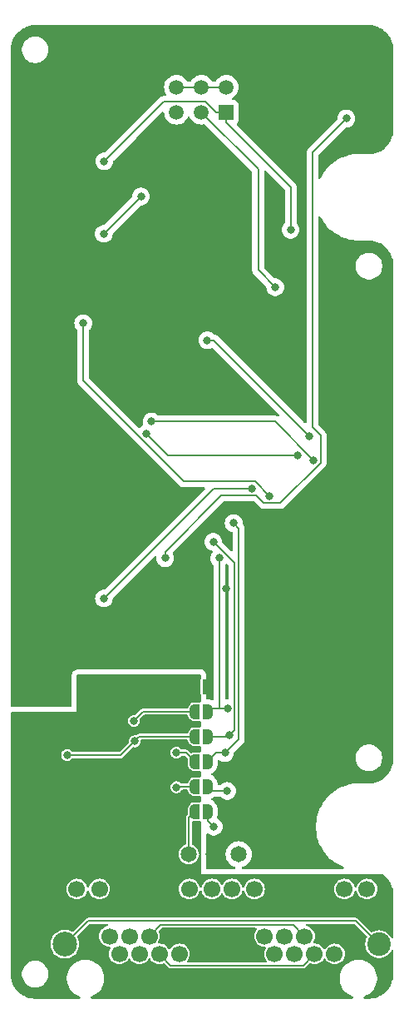
<source format=gbr>
%TF.GenerationSoftware,KiCad,Pcbnew,8.0.3-8.0.3-0~ubuntu22.04.1*%
%TF.CreationDate,2024-10-22T15:42:06+03:00*%
%TF.ProjectId,PM-ESPC3,504d2d45-5350-4433-932e-6b696361645f,rev?*%
%TF.SameCoordinates,Original*%
%TF.FileFunction,Copper,L2,Bot*%
%TF.FilePolarity,Positive*%
%FSLAX46Y46*%
G04 Gerber Fmt 4.6, Leading zero omitted, Abs format (unit mm)*
G04 Created by KiCad (PCBNEW 8.0.3-8.0.3-0~ubuntu22.04.1) date 2024-10-22 15:42:06*
%MOMM*%
%LPD*%
G01*
G04 APERTURE LIST*
G04 Aperture macros list*
%AMFreePoly0*
4,1,19,0.500000,-0.750000,0.000000,-0.750000,0.000000,-0.744911,-0.071157,-0.744911,-0.207708,-0.704816,-0.327430,-0.627875,-0.420627,-0.520320,-0.479746,-0.390866,-0.500000,-0.250000,-0.500000,0.250000,-0.479746,0.390866,-0.420627,0.520320,-0.327430,0.627875,-0.207708,0.704816,-0.071157,0.744911,0.000000,0.744911,0.000000,0.750000,0.500000,0.750000,0.500000,-0.750000,0.500000,-0.750000,
$1*%
%AMFreePoly1*
4,1,19,0.000000,0.744911,0.071157,0.744911,0.207708,0.704816,0.327430,0.627875,0.420627,0.520320,0.479746,0.390866,0.500000,0.250000,0.500000,-0.250000,0.479746,-0.390866,0.420627,-0.520320,0.327430,-0.627875,0.207708,-0.704816,0.071157,-0.744911,0.000000,-0.744911,0.000000,-0.750000,-0.500000,-0.750000,-0.500000,0.750000,0.000000,0.750000,0.000000,0.744911,0.000000,0.744911,
$1*%
G04 Aperture macros list end*
%TA.AperFunction,ComponentPad*%
%ADD10R,1.500000X1.500000*%
%TD*%
%TA.AperFunction,ComponentPad*%
%ADD11C,1.500000*%
%TD*%
%TA.AperFunction,ComponentPad*%
%ADD12O,1.000000X1.700000*%
%TD*%
%TA.AperFunction,ComponentPad*%
%ADD13C,1.650000*%
%TD*%
%TA.AperFunction,ComponentPad*%
%ADD14C,1.700000*%
%TD*%
%TA.AperFunction,ComponentPad*%
%ADD15C,2.500000*%
%TD*%
%TA.AperFunction,ComponentPad*%
%ADD16C,2.400000*%
%TD*%
%TA.AperFunction,SMDPad,CuDef*%
%ADD17FreePoly0,180.000000*%
%TD*%
%TA.AperFunction,SMDPad,CuDef*%
%ADD18FreePoly1,180.000000*%
%TD*%
%TA.AperFunction,ViaPad*%
%ADD19C,0.800000*%
%TD*%
%TA.AperFunction,Conductor*%
%ADD20C,0.200000*%
%TD*%
G04 APERTURE END LIST*
D10*
%TO.P,SW4,1*%
%TO.N,/MOSI*%
X-2540000Y40640000D03*
D11*
%TO.P,SW4,2*%
%TO.N,/MISO*%
X-5080000Y40640000D03*
%TO.P,SW4,3*%
%TO.N,/SCK*%
X-7620000Y40640000D03*
%TO.P,SW4,4*%
%TO.N,Net-(R6-Pad2)*%
X-2540000Y43180000D03*
%TO.P,SW4,5*%
X-5080000Y43180000D03*
%TO.P,SW4,6*%
X-7620000Y43180000D03*
%TD*%
D12*
%TO.P,J1,5,GND*%
%TO.N,GND*%
X10445029Y47425108D03*
X4795027Y47425108D03*
%TD*%
D13*
%TO.P,PS1,1,GND*%
%TO.N,GND_ISO*%
X-8890000Y-34820000D03*
%TO.P,PS1,2,VIN*%
%TO.N,+5V_ISO*%
X-6350000Y-34820000D03*
%TO.P,PS1,3,0V*%
%TO.N,GND*%
X-3810000Y-34820000D03*
%TO.P,PS1,4,+VO*%
%TO.N,+5V_BUS*%
X-1270000Y-34820000D03*
%TD*%
D14*
%TO.P,J7,1,1*%
%TO.N,+5V_ISO*%
X8495000Y-44950000D03*
%TO.P,J7,2,2*%
%TO.N,GND_ISO*%
X7475000Y-43150000D03*
%TO.P,J7,3,3*%
%TO.N,/A*%
X6455000Y-44950000D03*
%TO.P,J7,4,4*%
%TO.N,/B*%
X5435000Y-43150000D03*
%TO.P,J7,5,5*%
%TO.N,unconnected-(J7-Pad5)*%
X4415000Y-44950000D03*
%TO.P,J7,6,6*%
%TO.N,unconnected-(J7-Pad6)*%
X3395000Y-43150000D03*
%TO.P,J7,7,7*%
%TO.N,unconnected-(J7-Pad7)*%
X2375000Y-44950000D03*
%TO.P,J7,8,8*%
%TO.N,unconnected-(J7-Pad8)*%
X1355000Y-43150000D03*
%TO.P,J7,9,9*%
%TO.N,+5V_ISO*%
X-7305000Y-44950000D03*
%TO.P,J7,10,10*%
%TO.N,GND_ISO*%
X-8325000Y-43150000D03*
%TO.P,J7,11,11*%
%TO.N,/A*%
X-9345000Y-44950000D03*
%TO.P,J7,12,12*%
%TO.N,/B*%
X-10365000Y-43150000D03*
%TO.P,J7,13,13*%
%TO.N,unconnected-(J7-Pad13)*%
X-11385000Y-44950000D03*
%TO.P,J7,14,14*%
%TO.N,unconnected-(J7-Pad14)*%
X-12405000Y-43150000D03*
%TO.P,J7,15,15*%
%TO.N,unconnected-(J7-Pad15)*%
X-13425000Y-44950000D03*
%TO.P,J7,16,16*%
%TO.N,unconnected-(J7-Pad16)*%
X-14445000Y-43150000D03*
%TO.P,J7,17*%
%TO.N,N/C*%
X11800000Y-38350000D03*
%TO.P,J7,18*%
X9500000Y-38350000D03*
%TO.P,J7,19*%
X350000Y-38350000D03*
%TO.P,J7,20*%
X-1950000Y-38350000D03*
%TO.P,J7,21*%
X-4000000Y-38350000D03*
%TO.P,J7,22*%
X-6300000Y-38350000D03*
%TO.P,J7,23*%
X-15450000Y-38350000D03*
%TO.P,J7,24*%
X-17750000Y-38350000D03*
D15*
%TO.P,J7,PE,PE*%
%TO.N,PE*%
X-18975000Y-43950000D03*
D16*
X13025000Y-43950000D03*
%TD*%
D17*
%TO.P,JP5,1,A*%
%TO.N,GND*%
X-4430000Y-17780000D03*
D18*
%TO.P,JP5,2,B*%
%TO.N,GND_ISO*%
X-5730000Y-17780000D03*
%TD*%
D17*
%TO.P,JP4,1,A*%
%TO.N,+3.3V*%
X-4430000Y-27940000D03*
D18*
%TO.P,JP4,2,B*%
%TO.N,+3.3V_ISO*%
X-5730000Y-27940000D03*
%TD*%
D17*
%TO.P,JP2,1,A*%
%TO.N,/UART_RX*%
X-4430000Y-20320000D03*
D18*
%TO.P,JP2,2,B*%
%TO.N,/UART_RX_ISO*%
X-5730000Y-20320000D03*
%TD*%
D17*
%TO.P,JP1,1,A*%
%TO.N,/UART_TX*%
X-4430000Y-25400000D03*
D18*
%TO.P,JP1,2,B*%
%TO.N,/UART_TX_ISO*%
X-5730000Y-25400000D03*
%TD*%
D17*
%TO.P,JP6,1,A*%
%TO.N,+5V_BUS*%
X-4430000Y-30480000D03*
D18*
%TO.P,JP6,2,B*%
%TO.N,+5V_ISO*%
X-5730000Y-30480000D03*
%TD*%
D17*
%TO.P,JP3,1,A*%
%TO.N,/UART_DIR*%
X-4430000Y-22860000D03*
D18*
%TO.P,JP3,2,B*%
%TO.N,/UART_DIR_ISO*%
X-5730000Y-22860000D03*
%TD*%
D19*
%TO.N,GND*%
X-4800000Y22661000D03*
X12700000Y-7330500D03*
X6320100Y43457600D03*
X1330400Y-25730200D03*
X2540000Y28229400D03*
X-17780000Y44182700D03*
X-17903400Y24570400D03*
X5080000Y-32743600D03*
X5080000Y-28235000D03*
X2100000Y13662500D03*
X-2538700Y-7791800D03*
X-5080000Y35854800D03*
X-19955700Y-14777300D03*
X5670000Y-7598000D03*
X-16924000Y5482300D03*
X5080000Y-20037800D03*
X-2540000Y28230300D03*
X1345600Y-18410200D03*
X2540000Y-7319700D03*
X-11469800Y45159800D03*
%TO.N,/SCL*%
X-10682800Y7951700D03*
X4729200Y5748300D03*
%TO.N,/SDA*%
X-10145300Y9190600D03*
X6359800Y5274100D03*
%TO.N,/USB_D-*%
X-15000000Y-8800000D03*
X37800Y2393900D03*
%TO.N,+3.3V*%
X-2441400Y-28384300D03*
%TO.N,/MOSI*%
X4019800Y28692100D03*
X-14957100Y35652900D03*
%TO.N,/MISO*%
X2450700Y22851300D03*
%TO.N,/CS1*%
X-11224900Y32070800D03*
X-15009000Y28286700D03*
%TO.N,Net-(D1-A)*%
X-8755000Y-4708000D03*
X9687000Y40000000D03*
%TO.N,/UART_DIR*%
X-3851400Y-3048000D03*
X-2181600Y-22686500D03*
%TO.N,/UART_RX*%
X-2418600Y-20000000D03*
X-3240500Y-4699000D03*
%TO.N,/UART_TX*%
X-1778000Y-1143000D03*
X-2665100Y-24517200D03*
%TO.N,/CS2*%
X-4456700Y17456700D03*
X5947000Y7667600D03*
%TO.N,/CS3*%
X-17105700Y19186400D03*
X1875100Y1614600D03*
%TO.N,+3.3V_ISO*%
X-7615000Y-28000000D03*
%TO.N,/UART_DIR_ISO*%
X-18748700Y-24729300D03*
X-11873400Y-23330400D03*
%TO.N,/UART_RX_ISO*%
X-11941900Y-21238900D03*
%TO.N,+5V_BUS*%
X-3810000Y-32004000D03*
%TO.N,/UART_TX_ISO*%
X-7615000Y-24480000D03*
%TD*%
D20*
%TO.N,/SCL*%
X4729200Y5748300D02*
X-8479400Y5748300D01*
X-8479400Y5748300D02*
X-10682800Y7951700D01*
%TO.N,/SDA*%
X-10145300Y9190600D02*
X2443300Y9190600D01*
X2443300Y9190600D02*
X6359800Y5274100D01*
%TO.N,/USB_D-*%
X-3806100Y2393900D02*
X-15000000Y-8800000D01*
X37800Y2393900D02*
X-3806100Y2393900D01*
%TO.N,+3.3V*%
X-3985700Y-28384300D02*
X-4430000Y-27940000D01*
X-2441400Y-28384300D02*
X-3985700Y-28384300D01*
%TO.N,/MOSI*%
X-14957100Y35652900D02*
X-8918300Y41691700D01*
X-8918300Y41691700D02*
X-4643400Y41691700D01*
X-4643400Y41691700D02*
X-3591700Y40640000D01*
X-2540000Y40640000D02*
X-2540000Y39588300D01*
X-2540000Y39588300D02*
X4019800Y33028500D01*
X-2540000Y40640000D02*
X-3591700Y40640000D01*
X4019800Y33028500D02*
X4019800Y28692100D01*
%TO.N,/MISO*%
X710400Y34849600D02*
X710400Y24591600D01*
X710400Y24591600D02*
X2450700Y22851300D01*
X-5080000Y40640000D02*
X710400Y34849600D01*
%TO.N,/CS1*%
X-15009000Y28286700D02*
X-11224900Y32070800D01*
%TO.N,Net-(D1-A)*%
X-3020600Y1685300D02*
X508700Y1685300D01*
X2990900Y912900D02*
X7066900Y4988900D01*
X7066900Y7774100D02*
X6223000Y8618000D01*
X6223000Y8618000D02*
X6223000Y36536000D01*
X7066900Y4988900D02*
X7066900Y7774100D01*
X6223000Y36536000D02*
X9687000Y40000000D01*
X1281100Y912900D02*
X2990900Y912900D01*
X-8755000Y-4049100D02*
X-3020600Y1685300D01*
X508700Y1685300D02*
X1281100Y912900D01*
X-8755000Y-4708000D02*
X-8755000Y-4049100D01*
%TO.N,Net-(R6-Pad2)*%
X-5080000Y43180000D02*
X-2540000Y43180000D01*
X-7620000Y43180000D02*
X-5080000Y43180000D01*
%TO.N,/UART_DIR*%
X-4430000Y-22860000D02*
X-2355100Y-22860000D01*
X-1683100Y-22188000D02*
X-2181600Y-22686500D01*
X-2355100Y-22860000D02*
X-2181600Y-22686500D01*
X-3851400Y-3048000D02*
X-1683100Y-5216300D01*
X-1683100Y-5216300D02*
X-1683100Y-22188000D01*
%TO.N,/UART_RX*%
X-4110000Y-20000000D02*
X-4430000Y-20320000D01*
X-3240500Y-20000000D02*
X-4110000Y-20000000D01*
X-3240500Y-4699000D02*
X-3240500Y-20000000D01*
X-2418600Y-20000000D02*
X-3240500Y-20000000D01*
%TO.N,/UART_TX*%
X-3547200Y-24517200D02*
X-2665100Y-24517200D01*
X-1247700Y-1673300D02*
X-1247700Y-23099800D01*
X-4430000Y-25400000D02*
X-3547200Y-24517200D01*
X-1247700Y-23099800D02*
X-2665100Y-24517200D01*
X-1778000Y-1143000D02*
X-1247700Y-1673300D01*
%TO.N,/B*%
X-9204800Y-41989800D02*
X4274800Y-41989800D01*
X4274800Y-41989800D02*
X5435000Y-43150000D01*
X-10365000Y-43150000D02*
X-9204800Y-41989800D01*
%TO.N,/A*%
X-9345000Y-44950000D02*
X-8181200Y-46113800D01*
X5291200Y-46113800D02*
X6455000Y-44950000D01*
X-8181200Y-46113800D02*
X5291200Y-46113800D01*
%TO.N,/CS2*%
X5947000Y7667600D02*
X-3842100Y17456700D01*
X-3842100Y17456700D02*
X-4456700Y17456700D01*
%TO.N,/CS3*%
X-6864400Y3117600D02*
X372100Y3117600D01*
X-17105700Y19186400D02*
X-17105700Y13358900D01*
X372100Y3117600D02*
X1875100Y1614600D01*
X-17105700Y13358900D02*
X-6864400Y3117600D01*
%TO.N,PE*%
X-16605900Y-41580900D02*
X-18975000Y-43950000D01*
X10655900Y-41580900D02*
X-16605900Y-41580900D01*
X13025000Y-43950000D02*
X10655900Y-41580900D01*
%TO.N,+3.3V_ISO*%
X-5730000Y-27940000D02*
X-7555000Y-27940000D01*
X-7555000Y-27940000D02*
X-7615000Y-28000000D01*
%TO.N,/UART_DIR_ISO*%
X-13272300Y-24729300D02*
X-11873400Y-23330400D01*
X-18748700Y-24729300D02*
X-13272300Y-24729300D01*
X-11403000Y-22860000D02*
X-11873400Y-23330400D01*
X-5730000Y-22860000D02*
X-11403000Y-22860000D01*
%TO.N,/UART_RX_ISO*%
X-11023000Y-20320000D02*
X-5730000Y-20320000D01*
X-11941900Y-21238900D02*
X-11023000Y-20320000D01*
%TO.N,+5V_BUS*%
X-4430000Y-30480000D02*
X-4430000Y-31384000D01*
X-4430000Y-31384000D02*
X-3810000Y-32004000D01*
%TO.N,+5V_ISO*%
X-6350000Y-31100000D02*
X-5730000Y-30480000D01*
X-6350000Y-34820000D02*
X-6350000Y-31100000D01*
%TO.N,/UART_TX_ISO*%
X-6650000Y-24480000D02*
X-5730000Y-25400000D01*
X-7615000Y-24480000D02*
X-6650000Y-24480000D01*
%TD*%
%TA.AperFunction,Conductor*%
%TO.N,GND_ISO*%
G36*
X-5136961Y-16529685D02*
G01*
X-5091206Y-16582489D01*
X-5080000Y-16634000D01*
X-5080000Y-16853372D01*
X-5099685Y-16920411D01*
X-5107052Y-16930683D01*
X-5115147Y-16940833D01*
X-5115150Y-16940839D01*
X-5135500Y-17029995D01*
X-5135500Y-17470671D01*
X-5136762Y-17488317D01*
X-5138550Y-17500752D01*
X-5138550Y-17559244D01*
X-5136762Y-17571680D01*
X-5135500Y-17589327D01*
X-5135500Y-17970673D01*
X-5136762Y-17988319D01*
X-5138550Y-18000753D01*
X-5138550Y-18059245D01*
X-5136762Y-18071681D01*
X-5135500Y-18089328D01*
X-5135500Y-18530004D01*
X-5130348Y-18575728D01*
X-5130348Y-18575730D01*
X-5092281Y-18654773D01*
X-5080000Y-18708576D01*
X-5080000Y-19243244D01*
X-5099685Y-19310283D01*
X-5152489Y-19356038D01*
X-5221647Y-19365982D01*
X-5229064Y-19364605D01*
X-5230000Y-19364500D01*
X-5801889Y-19364500D01*
X-5801891Y-19364500D01*
X-5859778Y-19372822D01*
X-5859790Y-19372825D01*
X-5997740Y-19413331D01*
X-6050945Y-19437629D01*
X-6050951Y-19437631D01*
X-6171899Y-19515360D01*
X-6171900Y-19515361D01*
X-6216108Y-19553669D01*
X-6310251Y-19662315D01*
X-6310262Y-19662331D01*
X-6341879Y-19711527D01*
X-6341888Y-19711543D01*
X-6401607Y-19842310D01*
X-6418088Y-19898438D01*
X-6418090Y-19898443D01*
X-6420203Y-19913147D01*
X-6449228Y-19976703D01*
X-6508006Y-20014477D01*
X-6542941Y-20019500D01*
X-11062562Y-20019500D01*
X-11100776Y-20029739D01*
X-11138991Y-20039979D01*
X-11138996Y-20039982D01*
X-11207505Y-20079535D01*
X-11207513Y-20079541D01*
X-11738974Y-20611001D01*
X-11800297Y-20644486D01*
X-11842840Y-20646259D01*
X-11941899Y-20633218D01*
X-11941901Y-20633218D01*
X-12098661Y-20653855D01*
X-12098663Y-20653856D01*
X-12244740Y-20714363D01*
X-12370182Y-20810618D01*
X-12466437Y-20936060D01*
X-12526944Y-21082137D01*
X-12526945Y-21082139D01*
X-12547582Y-21238898D01*
X-12547582Y-21238901D01*
X-12526945Y-21395660D01*
X-12526944Y-21395662D01*
X-12466436Y-21541741D01*
X-12370182Y-21667182D01*
X-12244741Y-21763436D01*
X-12098662Y-21823944D01*
X-12020281Y-21834263D01*
X-11941901Y-21844582D01*
X-11941900Y-21844582D01*
X-11941899Y-21844582D01*
X-11889646Y-21837702D01*
X-11785138Y-21823944D01*
X-11639059Y-21763436D01*
X-11513618Y-21667182D01*
X-11417364Y-21541741D01*
X-11356856Y-21395662D01*
X-11336218Y-21238900D01*
X-11349260Y-21139836D01*
X-11338495Y-21070802D01*
X-11314005Y-21035974D01*
X-10934848Y-20656819D01*
X-10873525Y-20623334D01*
X-10847167Y-20620500D01*
X-6542941Y-20620500D01*
X-6475902Y-20640185D01*
X-6430147Y-20692989D01*
X-6420203Y-20726853D01*
X-6418090Y-20741556D01*
X-6418088Y-20741561D01*
X-6401607Y-20797689D01*
X-6341888Y-20928456D01*
X-6341879Y-20928472D01*
X-6310262Y-20977668D01*
X-6310251Y-20977684D01*
X-6238071Y-21060983D01*
X-6216105Y-21086334D01*
X-6171900Y-21124638D01*
X-6171899Y-21124639D01*
X-6050951Y-21202368D01*
X-6050949Y-21202368D01*
X-6050945Y-21202371D01*
X-5997740Y-21226669D01*
X-5859785Y-21267176D01*
X-5801889Y-21275500D01*
X-5801886Y-21275500D01*
X-5229998Y-21275500D01*
X-5217885Y-21274135D01*
X-5149063Y-21286189D01*
X-5097683Y-21333537D01*
X-5080000Y-21397355D01*
X-5080000Y-21783244D01*
X-5099685Y-21850283D01*
X-5152489Y-21896038D01*
X-5221647Y-21905982D01*
X-5229064Y-21904605D01*
X-5230000Y-21904500D01*
X-5801889Y-21904500D01*
X-5801891Y-21904500D01*
X-5859778Y-21912822D01*
X-5859790Y-21912825D01*
X-5997740Y-21953331D01*
X-6050945Y-21977629D01*
X-6050951Y-21977631D01*
X-6171899Y-22055360D01*
X-6171900Y-22055361D01*
X-6216108Y-22093669D01*
X-6310251Y-22202315D01*
X-6310262Y-22202331D01*
X-6341879Y-22251527D01*
X-6341888Y-22251543D01*
X-6401607Y-22382310D01*
X-6418088Y-22438438D01*
X-6418090Y-22438443D01*
X-6420203Y-22453147D01*
X-6449228Y-22516703D01*
X-6508006Y-22554477D01*
X-6542941Y-22559500D01*
X-11442562Y-22559500D01*
X-11480776Y-22569739D01*
X-11518991Y-22579979D01*
X-11518996Y-22579982D01*
X-11587505Y-22619535D01*
X-11587513Y-22619541D01*
X-11670475Y-22702502D01*
X-11731798Y-22735987D01*
X-11774340Y-22737759D01*
X-11873399Y-22724718D01*
X-11873401Y-22724718D01*
X-12030161Y-22745355D01*
X-12030163Y-22745356D01*
X-12176240Y-22805863D01*
X-12301682Y-22902118D01*
X-12397937Y-23027560D01*
X-12458444Y-23173637D01*
X-12458445Y-23173639D01*
X-12479082Y-23330398D01*
X-12479082Y-23330401D01*
X-12466041Y-23429460D01*
X-12476807Y-23498495D01*
X-12501299Y-23533326D01*
X-13360452Y-24392481D01*
X-13421775Y-24425966D01*
X-13448133Y-24428800D01*
X-18161218Y-24428800D01*
X-18228257Y-24409115D01*
X-18259594Y-24380286D01*
X-18320417Y-24301019D01*
X-18400538Y-24239540D01*
X-18445859Y-24204764D01*
X-18506852Y-24179500D01*
X-18591938Y-24144256D01*
X-18591940Y-24144255D01*
X-18748699Y-24123618D01*
X-18748701Y-24123618D01*
X-18905461Y-24144255D01*
X-18905463Y-24144256D01*
X-19051540Y-24204763D01*
X-19176982Y-24301018D01*
X-19273237Y-24426460D01*
X-19333744Y-24572537D01*
X-19333745Y-24572539D01*
X-19354382Y-24729298D01*
X-19354382Y-24729301D01*
X-19333745Y-24886060D01*
X-19333744Y-24886062D01*
X-19282689Y-25009321D01*
X-19273236Y-25032141D01*
X-19176982Y-25157582D01*
X-19051541Y-25253836D01*
X-18905462Y-25314344D01*
X-18827081Y-25324663D01*
X-18748701Y-25334982D01*
X-18748700Y-25334982D01*
X-18748699Y-25334982D01*
X-18696446Y-25328102D01*
X-18591938Y-25314344D01*
X-18445859Y-25253836D01*
X-18320418Y-25157582D01*
X-18259594Y-25078313D01*
X-18203166Y-25037111D01*
X-18161218Y-25029800D01*
X-13232740Y-25029800D01*
X-13232738Y-25029800D01*
X-13156311Y-25009321D01*
X-13087789Y-24969760D01*
X-13031840Y-24913811D01*
X-12076327Y-23958296D01*
X-12015006Y-23924813D01*
X-11972464Y-23923040D01*
X-11873400Y-23936082D01*
X-11873399Y-23936082D01*
X-11821146Y-23929202D01*
X-11716638Y-23915444D01*
X-11570559Y-23854936D01*
X-11445118Y-23758682D01*
X-11348864Y-23633241D01*
X-11288356Y-23487162D01*
X-11274598Y-23382654D01*
X-11267718Y-23330401D01*
X-11267718Y-23330400D01*
X-11271630Y-23300686D01*
X-11260865Y-23231650D01*
X-11214485Y-23179394D01*
X-11148691Y-23160500D01*
X-6542941Y-23160500D01*
X-6475902Y-23180185D01*
X-6430147Y-23232989D01*
X-6420203Y-23266853D01*
X-6418090Y-23281556D01*
X-6418088Y-23281561D01*
X-6401607Y-23337689D01*
X-6341888Y-23468456D01*
X-6341879Y-23468472D01*
X-6310262Y-23517668D01*
X-6310251Y-23517684D01*
X-6238071Y-23600983D01*
X-6216105Y-23626334D01*
X-6171900Y-23664638D01*
X-6171899Y-23664639D01*
X-6050951Y-23742368D01*
X-6050949Y-23742368D01*
X-6050945Y-23742371D01*
X-5997740Y-23766669D01*
X-5859785Y-23807176D01*
X-5801889Y-23815500D01*
X-5801886Y-23815500D01*
X-5229998Y-23815500D01*
X-5217885Y-23814135D01*
X-5149063Y-23826189D01*
X-5097683Y-23873537D01*
X-5080000Y-23937355D01*
X-5080000Y-24323244D01*
X-5099685Y-24390283D01*
X-5152489Y-24436038D01*
X-5221647Y-24445982D01*
X-5229064Y-24444605D01*
X-5230000Y-24444500D01*
X-5801889Y-24444500D01*
X-5801891Y-24444500D01*
X-5859778Y-24452822D01*
X-5859790Y-24452825D01*
X-5997740Y-24493331D01*
X-6050939Y-24517626D01*
X-6050942Y-24517627D01*
X-6050945Y-24517629D01*
X-6050948Y-24517630D01*
X-6054824Y-24519748D01*
X-6055445Y-24518611D01*
X-6117025Y-24536675D01*
X-6184059Y-24516972D01*
X-6204673Y-24500356D01*
X-6465489Y-24239540D01*
X-6475194Y-24233937D01*
X-6509104Y-24214359D01*
X-6534010Y-24199979D01*
X-6559487Y-24193152D01*
X-6610438Y-24179500D01*
X-6610440Y-24179500D01*
X-7027518Y-24179500D01*
X-7094557Y-24159815D01*
X-7125894Y-24130986D01*
X-7131548Y-24123618D01*
X-7186718Y-24051718D01*
X-7312159Y-23955464D01*
X-7458238Y-23894956D01*
X-7458240Y-23894955D01*
X-7614999Y-23874318D01*
X-7615001Y-23874318D01*
X-7771761Y-23894955D01*
X-7771763Y-23894956D01*
X-7917840Y-23955463D01*
X-8043282Y-24051718D01*
X-8139537Y-24177160D01*
X-8200044Y-24323237D01*
X-8200045Y-24323239D01*
X-8220682Y-24479998D01*
X-8220682Y-24480001D01*
X-8200045Y-24636760D01*
X-8200044Y-24636762D01*
X-8161714Y-24729300D01*
X-8139536Y-24782841D01*
X-8043282Y-24908282D01*
X-7917841Y-25004536D01*
X-7771762Y-25065044D01*
X-7693381Y-25075363D01*
X-7615001Y-25085682D01*
X-7615000Y-25085682D01*
X-7614999Y-25085682D01*
X-7559034Y-25078314D01*
X-7458238Y-25065044D01*
X-7312159Y-25004536D01*
X-7186718Y-24908282D01*
X-7125894Y-24829013D01*
X-7069466Y-24787811D01*
X-7027518Y-24780500D01*
X-6825833Y-24780500D01*
X-6758794Y-24800185D01*
X-6738152Y-24816819D01*
X-6474869Y-25080102D01*
X-6441384Y-25141425D01*
X-6438550Y-25167783D01*
X-6438550Y-25179244D01*
X-6436762Y-25191680D01*
X-6435500Y-25209327D01*
X-6435500Y-25590673D01*
X-6436762Y-25608319D01*
X-6438550Y-25620753D01*
X-6438550Y-25679245D01*
X-6418090Y-25821556D01*
X-6418088Y-25821561D01*
X-6401607Y-25877689D01*
X-6341888Y-26008456D01*
X-6341879Y-26008472D01*
X-6310262Y-26057668D01*
X-6310251Y-26057684D01*
X-6238071Y-26140983D01*
X-6216105Y-26166334D01*
X-6171900Y-26204638D01*
X-6171899Y-26204639D01*
X-6050951Y-26282368D01*
X-6050949Y-26282368D01*
X-6050945Y-26282371D01*
X-5997740Y-26306669D01*
X-5859785Y-26347176D01*
X-5801889Y-26355500D01*
X-5801886Y-26355500D01*
X-5229998Y-26355500D01*
X-5217885Y-26354135D01*
X-5149063Y-26366189D01*
X-5097683Y-26413537D01*
X-5080000Y-26477355D01*
X-5080000Y-26863244D01*
X-5099685Y-26930283D01*
X-5152489Y-26976038D01*
X-5221647Y-26985982D01*
X-5229064Y-26984605D01*
X-5230000Y-26984500D01*
X-5801889Y-26984500D01*
X-5801891Y-26984500D01*
X-5859778Y-26992822D01*
X-5859790Y-26992825D01*
X-5997740Y-27033331D01*
X-6050945Y-27057629D01*
X-6050951Y-27057631D01*
X-6171899Y-27135360D01*
X-6171900Y-27135361D01*
X-6216108Y-27173669D01*
X-6310251Y-27282315D01*
X-6310262Y-27282331D01*
X-6341879Y-27331527D01*
X-6341888Y-27331543D01*
X-6401607Y-27462310D01*
X-6418088Y-27518438D01*
X-6418090Y-27518443D01*
X-6420203Y-27533147D01*
X-6449228Y-27596703D01*
X-6508006Y-27634477D01*
X-6542941Y-27639500D01*
X-7073557Y-27639500D01*
X-7140596Y-27619815D01*
X-7171932Y-27590987D01*
X-7186716Y-27571720D01*
X-7186718Y-27571719D01*
X-7186718Y-27571718D01*
X-7312159Y-27475464D01*
X-7343899Y-27462317D01*
X-7458238Y-27414956D01*
X-7458240Y-27414955D01*
X-7614999Y-27394318D01*
X-7615001Y-27394318D01*
X-7771761Y-27414955D01*
X-7771763Y-27414956D01*
X-7917840Y-27475463D01*
X-8043282Y-27571718D01*
X-8139537Y-27697160D01*
X-8200044Y-27843237D01*
X-8200045Y-27843239D01*
X-8220682Y-27999998D01*
X-8220682Y-28000001D01*
X-8200045Y-28156760D01*
X-8200044Y-28156762D01*
X-8142207Y-28296394D01*
X-8139536Y-28302841D01*
X-8043282Y-28428282D01*
X-7917841Y-28524536D01*
X-7771762Y-28585044D01*
X-7693381Y-28595363D01*
X-7615001Y-28605682D01*
X-7615000Y-28605682D01*
X-7614999Y-28605682D01*
X-7554127Y-28597668D01*
X-7458238Y-28585044D01*
X-7312159Y-28524536D01*
X-7186718Y-28428282D01*
X-7090464Y-28302841D01*
X-7090462Y-28302834D01*
X-7090266Y-28302498D01*
X-7090023Y-28302266D01*
X-7085517Y-28296394D01*
X-7084602Y-28297096D01*
X-7039698Y-28254284D01*
X-6982880Y-28240500D01*
X-6542941Y-28240500D01*
X-6475902Y-28260185D01*
X-6430147Y-28312989D01*
X-6420203Y-28346853D01*
X-6418090Y-28361556D01*
X-6418088Y-28361561D01*
X-6416867Y-28365721D01*
X-6401607Y-28417689D01*
X-6341888Y-28548456D01*
X-6341879Y-28548472D01*
X-6310262Y-28597668D01*
X-6310251Y-28597684D01*
X-6238071Y-28680983D01*
X-6216105Y-28706334D01*
X-6171900Y-28744638D01*
X-6171899Y-28744639D01*
X-6050951Y-28822368D01*
X-6050949Y-28822368D01*
X-6050945Y-28822371D01*
X-5997740Y-28846669D01*
X-5859785Y-28887176D01*
X-5801889Y-28895500D01*
X-5801886Y-28895500D01*
X-5229998Y-28895500D01*
X-5217885Y-28894135D01*
X-5149063Y-28906189D01*
X-5097683Y-28953537D01*
X-5080000Y-29017355D01*
X-5080000Y-29403244D01*
X-5099685Y-29470283D01*
X-5152489Y-29516038D01*
X-5221647Y-29525982D01*
X-5229064Y-29524605D01*
X-5230000Y-29524500D01*
X-5801889Y-29524500D01*
X-5801891Y-29524500D01*
X-5859778Y-29532822D01*
X-5859790Y-29532825D01*
X-5997740Y-29573331D01*
X-6050945Y-29597629D01*
X-6050951Y-29597631D01*
X-6171899Y-29675360D01*
X-6171900Y-29675361D01*
X-6216108Y-29713669D01*
X-6310251Y-29822315D01*
X-6310262Y-29822331D01*
X-6341879Y-29871527D01*
X-6341888Y-29871543D01*
X-6401607Y-30002310D01*
X-6418088Y-30058438D01*
X-6418090Y-30058443D01*
X-6438550Y-30200754D01*
X-6438550Y-30259244D01*
X-6436762Y-30271680D01*
X-6435500Y-30289327D01*
X-6435500Y-30670673D01*
X-6436762Y-30688319D01*
X-6438550Y-30700753D01*
X-6438550Y-30712215D01*
X-6458235Y-30779254D01*
X-6474868Y-30799896D01*
X-6534511Y-30859540D01*
X-6590462Y-30915491D01*
X-6590465Y-30915495D01*
X-6630018Y-30984004D01*
X-6630021Y-30984009D01*
X-6650500Y-31060439D01*
X-6650500Y-33747546D01*
X-6670185Y-33814585D01*
X-6722989Y-33860340D01*
X-6738503Y-33866206D01*
X-6744344Y-33867977D01*
X-6922489Y-33963198D01*
X-6922496Y-33963203D01*
X-7078648Y-34091352D01*
X-7206797Y-34247504D01*
X-7206802Y-34247511D01*
X-7302022Y-34425654D01*
X-7360663Y-34618968D01*
X-7380462Y-34820000D01*
X-7360663Y-35021031D01*
X-7302022Y-35214345D01*
X-7206802Y-35392488D01*
X-7206797Y-35392495D01*
X-7078648Y-35548647D01*
X-6974304Y-35634279D01*
X-6922494Y-35676798D01*
X-6922491Y-35676799D01*
X-6922489Y-35676801D01*
X-6744346Y-35772021D01*
X-6744344Y-35772021D01*
X-6744341Y-35772023D01*
X-6551033Y-35830662D01*
X-6350000Y-35850462D01*
X-6148967Y-35830662D01*
X-5955659Y-35772023D01*
X-5777506Y-35676798D01*
X-5621353Y-35548647D01*
X-5493202Y-35392494D01*
X-5397977Y-35214341D01*
X-5339338Y-35021033D01*
X-5327403Y-34899853D01*
X-5301242Y-34835067D01*
X-5283474Y-34822493D01*
X-5285203Y-34821704D01*
X-5322977Y-34762926D01*
X-5327403Y-34740145D01*
X-5339338Y-34618968D01*
X-5339338Y-34618967D01*
X-5397977Y-34425659D01*
X-5397979Y-34425656D01*
X-5397979Y-34425654D01*
X-5493199Y-34247511D01*
X-5493201Y-34247509D01*
X-5493202Y-34247506D01*
X-5578483Y-34143590D01*
X-5621353Y-34091352D01*
X-5777505Y-33963203D01*
X-5777512Y-33963198D01*
X-5955657Y-33867977D01*
X-5961497Y-33866206D01*
X-6019935Y-33827908D01*
X-6048391Y-33764095D01*
X-6049500Y-33747546D01*
X-6049500Y-31537115D01*
X-6029815Y-31470076D01*
X-5977011Y-31424321D01*
X-5907853Y-31414377D01*
X-5890571Y-31418136D01*
X-5859785Y-31427176D01*
X-5801889Y-31435500D01*
X-5801886Y-31435500D01*
X-5229998Y-31435500D01*
X-5217885Y-31434135D01*
X-5149063Y-31446189D01*
X-5097683Y-31493537D01*
X-5080000Y-31557355D01*
X-5080000Y-34727991D01*
X-5099685Y-34795030D01*
X-5127312Y-34818968D01*
X-5114003Y-34826705D01*
X-5082172Y-34888903D01*
X-5080000Y-34912008D01*
X-5080000Y-36830000D01*
X13360556Y-36830000D01*
X13427595Y-36849685D01*
X13437029Y-36856389D01*
X13651573Y-37024473D01*
X13662781Y-37034403D01*
X13865596Y-37237218D01*
X13875526Y-37248426D01*
X13993922Y-37399548D01*
X14052422Y-37474217D01*
X14060926Y-37486537D01*
X14131687Y-37603590D01*
X14209316Y-37732004D01*
X14216275Y-37745263D01*
X14333997Y-38006831D01*
X14339306Y-38020832D01*
X14424635Y-38294663D01*
X14428219Y-38309201D01*
X14479923Y-38591340D01*
X14481728Y-38606205D01*
X14499274Y-38896263D01*
X14499500Y-38903750D01*
X14499500Y-43233665D01*
X14479815Y-43300704D01*
X14427011Y-43346459D01*
X14357853Y-43356403D01*
X14294297Y-43327378D01*
X14263500Y-43285588D01*
X14263366Y-43285662D01*
X14262844Y-43284697D01*
X14261946Y-43283479D01*
X14260925Y-43281153D01*
X14259831Y-43279479D01*
X14223493Y-43223859D01*
X14133983Y-43086852D01*
X14133980Y-43086849D01*
X14133979Y-43086847D01*
X13976784Y-42916087D01*
X13976779Y-42916083D01*
X13976777Y-42916081D01*
X13793634Y-42773535D01*
X13793628Y-42773531D01*
X13589504Y-42663064D01*
X13589495Y-42663061D01*
X13369984Y-42587702D01*
X13198282Y-42559050D01*
X13141049Y-42549500D01*
X12908951Y-42549500D01*
X12863164Y-42557140D01*
X12680015Y-42587702D01*
X12460505Y-42663061D01*
X12460495Y-42663065D01*
X12348802Y-42723509D01*
X12280474Y-42738103D01*
X12215102Y-42713439D01*
X12202105Y-42702134D01*
X10840412Y-41340441D01*
X10840404Y-41340435D01*
X10771895Y-41300882D01*
X10771890Y-41300879D01*
X10746413Y-41294052D01*
X10695462Y-41280400D01*
X-16645462Y-41280400D01*
X-16683676Y-41290639D01*
X-16721891Y-41300879D01*
X-16721896Y-41300882D01*
X-16790405Y-41340435D01*
X-16790413Y-41340441D01*
X-18115218Y-42665245D01*
X-18176541Y-42698730D01*
X-18246233Y-42693746D01*
X-18261916Y-42686619D01*
X-18390338Y-42617121D01*
X-18390348Y-42617116D01*
X-18617700Y-42539066D01*
X-18795532Y-42509391D01*
X-18854808Y-42499500D01*
X-19095192Y-42499500D01*
X-19142613Y-42507413D01*
X-19332301Y-42539066D01*
X-19559653Y-42617116D01*
X-19559658Y-42617118D01*
X-19771070Y-42731529D01*
X-19771076Y-42731533D01*
X-19960758Y-42879169D01*
X-19960761Y-42879172D01*
X-20123570Y-43056029D01*
X-20123573Y-43056033D01*
X-20255049Y-43257270D01*
X-20351611Y-43477410D01*
X-20410621Y-43710440D01*
X-20430471Y-43949994D01*
X-20430471Y-43950005D01*
X-20410621Y-44189559D01*
X-20351611Y-44422589D01*
X-20255049Y-44642729D01*
X-20188841Y-44744067D01*
X-20123571Y-44843969D01*
X-19960764Y-45020825D01*
X-19960761Y-45020827D01*
X-19960758Y-45020830D01*
X-19771076Y-45168466D01*
X-19771070Y-45168470D01*
X-19771067Y-45168472D01*
X-19559656Y-45282882D01*
X-19559653Y-45282883D01*
X-19332301Y-45360933D01*
X-19332299Y-45360933D01*
X-19332297Y-45360934D01*
X-19095192Y-45400500D01*
X-19095191Y-45400500D01*
X-18854809Y-45400500D01*
X-18854808Y-45400500D01*
X-18617703Y-45360934D01*
X-18390344Y-45282882D01*
X-18178933Y-45168472D01*
X-18162821Y-45155932D01*
X-18115232Y-45118891D01*
X-17989236Y-45020825D01*
X-17826429Y-44843969D01*
X-17694951Y-44642728D01*
X-17598390Y-44422591D01*
X-17539380Y-44189563D01*
X-17519529Y-43950000D01*
X-17519530Y-43949993D01*
X-17537224Y-43736452D01*
X-17539380Y-43710437D01*
X-17598390Y-43477409D01*
X-17694951Y-43257272D01*
X-17694952Y-43257270D01*
X-17704030Y-43243375D01*
X-17724218Y-43176486D01*
X-17705039Y-43109300D01*
X-17687908Y-43087877D01*
X-16517748Y-41917719D01*
X-16456425Y-41884234D01*
X-16430067Y-41881400D01*
X-14717788Y-41881400D01*
X-14650749Y-41901085D01*
X-14604994Y-41953889D01*
X-14595050Y-42023047D01*
X-14624075Y-42086603D01*
X-14681793Y-42124060D01*
X-14802584Y-42160702D01*
X-14848957Y-42174769D01*
X-14959102Y-42233643D01*
X-15031450Y-42272315D01*
X-15031452Y-42272316D01*
X-15031453Y-42272317D01*
X-15191411Y-42403589D01*
X-15302592Y-42539066D01*
X-15322685Y-42563550D01*
X-15355642Y-42625208D01*
X-15420231Y-42746043D01*
X-15480301Y-42944067D01*
X-15500583Y-43150000D01*
X-15480301Y-43355932D01*
X-15480300Y-43355934D01*
X-15420232Y-43553954D01*
X-15322685Y-43736450D01*
X-15322683Y-43736452D01*
X-15191411Y-43896410D01*
X-15126110Y-43950000D01*
X-15031450Y-44027685D01*
X-14848954Y-44125232D01*
X-14650934Y-44185300D01*
X-14650935Y-44185300D01*
X-14632471Y-44187118D01*
X-14445000Y-44205583D01*
X-14436525Y-44204748D01*
X-14367880Y-44217763D01*
X-14317167Y-44265825D01*
X-14300489Y-44333675D01*
X-14315008Y-44386603D01*
X-14400231Y-44546041D01*
X-14460301Y-44744067D01*
X-14480583Y-44950000D01*
X-14460301Y-45155932D01*
X-14456497Y-45168472D01*
X-14400232Y-45353954D01*
X-14302685Y-45536450D01*
X-14302684Y-45536451D01*
X-14302683Y-45536452D01*
X-14171411Y-45696410D01*
X-14108006Y-45748444D01*
X-14011450Y-45827685D01*
X-13828954Y-45925232D01*
X-13630934Y-45985300D01*
X-13630935Y-45985300D01*
X-13612471Y-45987118D01*
X-13425000Y-46005583D01*
X-13219066Y-45985300D01*
X-13021046Y-45925232D01*
X-12838550Y-45827685D01*
X-12678590Y-45696410D01*
X-12547315Y-45536450D01*
X-12514358Y-45474791D01*
X-12465396Y-45424947D01*
X-12397258Y-45409487D01*
X-12331578Y-45433319D01*
X-12295642Y-45474792D01*
X-12262685Y-45536451D01*
X-12131411Y-45696410D01*
X-12068006Y-45748444D01*
X-11971450Y-45827685D01*
X-11788954Y-45925232D01*
X-11590934Y-45985300D01*
X-11590935Y-45985300D01*
X-11572471Y-45987118D01*
X-11385000Y-46005583D01*
X-11179066Y-45985300D01*
X-10981046Y-45925232D01*
X-10798550Y-45827685D01*
X-10638590Y-45696410D01*
X-10507315Y-45536450D01*
X-10474358Y-45474791D01*
X-10425396Y-45424947D01*
X-10357258Y-45409487D01*
X-10291578Y-45433319D01*
X-10255642Y-45474792D01*
X-10222685Y-45536451D01*
X-10091411Y-45696410D01*
X-10028006Y-45748444D01*
X-9931450Y-45827685D01*
X-9748954Y-45925232D01*
X-9550934Y-45985300D01*
X-9550935Y-45985300D01*
X-9532471Y-45987118D01*
X-9345000Y-46005583D01*
X-9139066Y-45985300D01*
X-8941046Y-45925232D01*
X-8926809Y-45917621D01*
X-8858408Y-45903379D01*
X-8793163Y-45928377D01*
X-8780673Y-45939298D01*
X-8365711Y-46354260D01*
X-8306371Y-46388520D01*
X-8297192Y-46393820D01*
X-8297188Y-46393822D01*
X-8220762Y-46414300D01*
X-8220760Y-46414300D01*
X5330760Y-46414300D01*
X5330762Y-46414300D01*
X5407189Y-46393821D01*
X5475711Y-46354260D01*
X5531660Y-46298311D01*
X5890672Y-45939297D01*
X5951995Y-45905813D01*
X6021686Y-45910797D01*
X6036805Y-45917620D01*
X6051046Y-45925232D01*
X6249066Y-45985300D01*
X6249065Y-45985300D01*
X6267529Y-45987118D01*
X6455000Y-46005583D01*
X6660934Y-45985300D01*
X6858954Y-45925232D01*
X7041450Y-45827685D01*
X7201410Y-45696410D01*
X7332685Y-45536450D01*
X7365642Y-45474791D01*
X7414604Y-45424947D01*
X7482742Y-45409487D01*
X7548422Y-45433319D01*
X7584358Y-45474792D01*
X7617315Y-45536451D01*
X7748589Y-45696410D01*
X7811994Y-45748444D01*
X7908550Y-45827685D01*
X8091046Y-45925232D01*
X8289066Y-45985300D01*
X8289065Y-45985300D01*
X8307529Y-45987118D01*
X8495000Y-46005583D01*
X8700934Y-45985300D01*
X8898954Y-45925232D01*
X9081450Y-45827685D01*
X9241410Y-45696410D01*
X9372685Y-45536450D01*
X9470232Y-45353954D01*
X9530300Y-45155934D01*
X9550583Y-44950000D01*
X9530300Y-44744066D01*
X9470232Y-44546046D01*
X9372685Y-44363550D01*
X9292485Y-44265825D01*
X9241410Y-44203589D01*
X9081452Y-44072317D01*
X9081453Y-44072317D01*
X9081450Y-44072315D01*
X8898954Y-43974768D01*
X8700934Y-43914700D01*
X8700932Y-43914699D01*
X8700934Y-43914699D01*
X8495000Y-43894417D01*
X8289067Y-43914699D01*
X8091043Y-43974769D01*
X7992052Y-44027682D01*
X7908550Y-44072315D01*
X7908548Y-44072316D01*
X7908547Y-44072317D01*
X7748589Y-44203589D01*
X7617317Y-44363547D01*
X7617315Y-44363550D01*
X7585758Y-44422589D01*
X7584358Y-44425208D01*
X7535395Y-44475052D01*
X7467257Y-44490512D01*
X7401578Y-44466680D01*
X7365642Y-44425208D01*
X7364242Y-44422589D01*
X7332685Y-44363550D01*
X7252485Y-44265825D01*
X7201410Y-44203589D01*
X7041452Y-44072317D01*
X7041453Y-44072317D01*
X7041450Y-44072315D01*
X6858954Y-43974768D01*
X6660934Y-43914700D01*
X6660932Y-43914699D01*
X6660934Y-43914699D01*
X6473463Y-43896235D01*
X6455000Y-43894417D01*
X6454999Y-43894417D01*
X6454996Y-43894417D01*
X6446516Y-43895252D01*
X6377870Y-43882232D01*
X6327161Y-43834166D01*
X6310489Y-43766314D01*
X6325005Y-43713399D01*
X6410232Y-43553954D01*
X6470300Y-43355934D01*
X6490583Y-43150000D01*
X6470300Y-42944066D01*
X6410232Y-42746046D01*
X6312685Y-42563550D01*
X6204682Y-42431947D01*
X6181410Y-42403589D01*
X6021452Y-42272317D01*
X6021453Y-42272317D01*
X6021450Y-42272315D01*
X5838954Y-42174768D01*
X5671792Y-42124060D01*
X5613354Y-42085763D01*
X5584898Y-42021951D01*
X5595458Y-41952884D01*
X5641682Y-41900490D01*
X5707788Y-41881400D01*
X10480067Y-41881400D01*
X10547106Y-41901085D01*
X10567748Y-41917719D01*
X11774026Y-43123997D01*
X11807511Y-43185320D01*
X11802527Y-43255012D01*
X11790167Y-43279479D01*
X11789081Y-43281140D01*
X11789073Y-43281156D01*
X11695842Y-43493699D01*
X11638866Y-43718691D01*
X11638864Y-43718702D01*
X11619700Y-43949993D01*
X11619700Y-43950006D01*
X11638864Y-44181297D01*
X11638866Y-44181308D01*
X11695842Y-44406300D01*
X11789075Y-44618848D01*
X11916016Y-44813147D01*
X11916019Y-44813151D01*
X11916021Y-44813153D01*
X12073216Y-44983913D01*
X12073219Y-44983915D01*
X12073222Y-44983918D01*
X12256365Y-45126464D01*
X12256371Y-45126468D01*
X12256374Y-45126470D01*
X12460497Y-45236936D01*
X12574487Y-45276068D01*
X12680015Y-45312297D01*
X12680017Y-45312297D01*
X12680019Y-45312298D01*
X12908951Y-45350500D01*
X12908952Y-45350500D01*
X13141048Y-45350500D01*
X13141049Y-45350500D01*
X13369981Y-45312298D01*
X13589503Y-45236936D01*
X13793626Y-45126470D01*
X13976784Y-44983913D01*
X14133979Y-44813153D01*
X14260924Y-44618849D01*
X14261943Y-44616526D01*
X14262613Y-44615727D01*
X14263366Y-44614338D01*
X14263651Y-44614492D01*
X14306898Y-44563039D01*
X14373634Y-44542348D01*
X14440962Y-44561022D01*
X14487507Y-44613131D01*
X14499500Y-44666334D01*
X14499500Y-46996249D01*
X14499274Y-47003736D01*
X14481728Y-47293794D01*
X14479923Y-47308659D01*
X14428219Y-47590798D01*
X14424635Y-47605336D01*
X14339306Y-47879167D01*
X14333997Y-47893168D01*
X14216275Y-48154736D01*
X14209316Y-48167995D01*
X14060928Y-48413459D01*
X14052422Y-48425782D01*
X13875526Y-48651573D01*
X13865596Y-48662781D01*
X13662781Y-48865596D01*
X13651573Y-48875526D01*
X13425782Y-49052422D01*
X13413459Y-49060928D01*
X13167995Y-49209316D01*
X13154736Y-49216275D01*
X12893168Y-49333997D01*
X12879167Y-49339306D01*
X12605336Y-49424635D01*
X12590798Y-49428219D01*
X12308659Y-49479923D01*
X12293794Y-49481728D01*
X12003736Y-49499274D01*
X11996249Y-49499500D01*
X11561003Y-49499500D01*
X11493964Y-49479815D01*
X11448209Y-49427011D01*
X11438265Y-49357853D01*
X11467290Y-49294297D01*
X11526068Y-49256523D01*
X11528895Y-49255728D01*
X11537207Y-49253502D01*
X11767373Y-49158164D01*
X11983127Y-49033599D01*
X12180776Y-48881938D01*
X12356938Y-48705776D01*
X12508599Y-48508127D01*
X12633164Y-48292373D01*
X12728502Y-48062207D01*
X12792982Y-47821565D01*
X12825500Y-47574565D01*
X12825500Y-47325435D01*
X12792982Y-47078435D01*
X12728502Y-46837793D01*
X12633164Y-46607627D01*
X12508599Y-46391873D01*
X12356938Y-46194224D01*
X12356933Y-46194218D01*
X12180781Y-46018066D01*
X12180774Y-46018060D01*
X11983126Y-45866400D01*
X11767376Y-45741837D01*
X11767361Y-45741830D01*
X11537207Y-45646498D01*
X11296565Y-45582018D01*
X11296564Y-45582017D01*
X11296561Y-45582017D01*
X11049575Y-45549501D01*
X11049570Y-45549500D01*
X11049565Y-45549500D01*
X10800435Y-45549500D01*
X10800429Y-45549500D01*
X10800424Y-45549501D01*
X10553438Y-45582017D01*
X10312792Y-45646498D01*
X10082638Y-45741830D01*
X10082623Y-45741837D01*
X9866873Y-45866400D01*
X9669225Y-46018060D01*
X9669218Y-46018066D01*
X9493066Y-46194218D01*
X9493060Y-46194225D01*
X9341400Y-46391873D01*
X9216837Y-46607623D01*
X9216830Y-46607638D01*
X9121498Y-46837792D01*
X9057017Y-47078438D01*
X9024501Y-47325424D01*
X9024500Y-47325441D01*
X9024500Y-47574558D01*
X9024501Y-47574575D01*
X9042042Y-47707816D01*
X9057018Y-47821565D01*
X9072618Y-47879786D01*
X9121498Y-48062207D01*
X9216830Y-48292361D01*
X9216837Y-48292376D01*
X9341400Y-48508126D01*
X9493060Y-48705774D01*
X9493066Y-48705781D01*
X9669218Y-48881933D01*
X9669225Y-48881939D01*
X9866873Y-49033599D01*
X10082623Y-49158162D01*
X10082638Y-49158169D01*
X10201664Y-49207470D01*
X10312793Y-49253502D01*
X10321090Y-49255725D01*
X10380751Y-49292090D01*
X10411280Y-49354936D01*
X10402986Y-49424312D01*
X10358501Y-49478190D01*
X10291949Y-49499465D01*
X10288997Y-49499500D01*
X-16238997Y-49499500D01*
X-16306036Y-49479815D01*
X-16351791Y-49427011D01*
X-16361735Y-49357853D01*
X-16332710Y-49294297D01*
X-16273932Y-49256523D01*
X-16271105Y-49255728D01*
X-16262793Y-49253502D01*
X-16032627Y-49158164D01*
X-15816873Y-49033599D01*
X-15619224Y-48881938D01*
X-15443062Y-48705776D01*
X-15291401Y-48508127D01*
X-15166836Y-48292373D01*
X-15071498Y-48062207D01*
X-15007018Y-47821565D01*
X-14974500Y-47574565D01*
X-14974500Y-47325435D01*
X-15007018Y-47078435D01*
X-15071498Y-46837793D01*
X-15166836Y-46607627D01*
X-15291401Y-46391873D01*
X-15443062Y-46194224D01*
X-15443067Y-46194218D01*
X-15619219Y-46018066D01*
X-15619226Y-46018060D01*
X-15816874Y-45866400D01*
X-16032624Y-45741837D01*
X-16032639Y-45741830D01*
X-16262793Y-45646498D01*
X-16503435Y-45582018D01*
X-16503436Y-45582017D01*
X-16503439Y-45582017D01*
X-16750425Y-45549501D01*
X-16750430Y-45549500D01*
X-16750435Y-45549500D01*
X-16999565Y-45549500D01*
X-16999571Y-45549500D01*
X-16999576Y-45549501D01*
X-17246562Y-45582017D01*
X-17487208Y-45646498D01*
X-17717362Y-45741830D01*
X-17717377Y-45741837D01*
X-17933127Y-45866400D01*
X-18130775Y-46018060D01*
X-18130782Y-46018066D01*
X-18306934Y-46194218D01*
X-18306940Y-46194225D01*
X-18458600Y-46391873D01*
X-18583163Y-46607623D01*
X-18583170Y-46607638D01*
X-18678502Y-46837792D01*
X-18742983Y-47078438D01*
X-18775499Y-47325424D01*
X-18775500Y-47325441D01*
X-18775500Y-47574558D01*
X-18775499Y-47574575D01*
X-18757958Y-47707816D01*
X-18742982Y-47821565D01*
X-18727382Y-47879786D01*
X-18678502Y-48062207D01*
X-18583170Y-48292361D01*
X-18583163Y-48292376D01*
X-18458600Y-48508126D01*
X-18306940Y-48705774D01*
X-18306934Y-48705781D01*
X-18130782Y-48881933D01*
X-18130775Y-48881939D01*
X-17933127Y-49033599D01*
X-17717377Y-49158162D01*
X-17717362Y-49158169D01*
X-17598336Y-49207470D01*
X-17487207Y-49253502D01*
X-17478910Y-49255725D01*
X-17419249Y-49292090D01*
X-17388720Y-49354936D01*
X-17397014Y-49424312D01*
X-17441499Y-49478190D01*
X-17508051Y-49499465D01*
X-17511003Y-49499500D01*
X-21996249Y-49499500D01*
X-22003736Y-49499274D01*
X-22293795Y-49481728D01*
X-22308660Y-49479923D01*
X-22590799Y-49428219D01*
X-22605337Y-49424635D01*
X-22879168Y-49339306D01*
X-22893169Y-49333997D01*
X-23154737Y-49216275D01*
X-23167996Y-49209316D01*
X-23413463Y-49060926D01*
X-23425783Y-49052422D01*
X-23449809Y-49033599D01*
X-23577179Y-48933811D01*
X-23651574Y-48875526D01*
X-23662782Y-48865596D01*
X-23865597Y-48662781D01*
X-23875527Y-48651573D01*
X-24052427Y-48425776D01*
X-24060925Y-48413465D01*
X-24209320Y-48167989D01*
X-24216273Y-48154743D01*
X-24334000Y-47893163D01*
X-24339307Y-47879167D01*
X-24357258Y-47821561D01*
X-24424637Y-47605335D01*
X-24428220Y-47590798D01*
X-24479924Y-47308659D01*
X-24481729Y-47293794D01*
X-24499274Y-47003736D01*
X-24499500Y-46996249D01*
X-24499500Y-46893713D01*
X-23350500Y-46893713D01*
X-23350500Y-47106286D01*
X-23317247Y-47316239D01*
X-23251556Y-47518414D01*
X-23155049Y-47707820D01*
X-23030110Y-47879786D01*
X-22879787Y-48030109D01*
X-22707821Y-48155048D01*
X-22707819Y-48155049D01*
X-22707816Y-48155051D01*
X-22518412Y-48251557D01*
X-22316243Y-48317246D01*
X-22106287Y-48350500D01*
X-22106286Y-48350500D01*
X-21893714Y-48350500D01*
X-21893713Y-48350500D01*
X-21683757Y-48317246D01*
X-21481588Y-48251557D01*
X-21292184Y-48155051D01*
X-21164394Y-48062207D01*
X-21120214Y-48030109D01*
X-21120212Y-48030106D01*
X-21120208Y-48030104D01*
X-20969896Y-47879792D01*
X-20969894Y-47879788D01*
X-20969891Y-47879786D01*
X-20844952Y-47707820D01*
X-20844953Y-47707820D01*
X-20844949Y-47707816D01*
X-20748443Y-47518412D01*
X-20682754Y-47316243D01*
X-20649500Y-47106287D01*
X-20649500Y-46893713D01*
X-20682754Y-46683757D01*
X-20748443Y-46481588D01*
X-20844949Y-46292184D01*
X-20844951Y-46292181D01*
X-20844952Y-46292179D01*
X-20969891Y-46120213D01*
X-21120214Y-45969890D01*
X-21292180Y-45844951D01*
X-21481586Y-45748444D01*
X-21481587Y-45748443D01*
X-21481588Y-45748443D01*
X-21683757Y-45682754D01*
X-21683759Y-45682753D01*
X-21683760Y-45682753D01*
X-21845043Y-45657208D01*
X-21893713Y-45649500D01*
X-22106287Y-45649500D01*
X-22154958Y-45657208D01*
X-22316240Y-45682753D01*
X-22518415Y-45748444D01*
X-22707821Y-45844951D01*
X-22879787Y-45969890D01*
X-23030110Y-46120213D01*
X-23155049Y-46292179D01*
X-23251556Y-46481585D01*
X-23317247Y-46683760D01*
X-23350500Y-46893713D01*
X-24499500Y-46893713D01*
X-24499500Y-38350000D01*
X-18805583Y-38350000D01*
X-18785301Y-38555932D01*
X-18770051Y-38606205D01*
X-18725232Y-38753954D01*
X-18627685Y-38936450D01*
X-18627683Y-38936452D01*
X-18496411Y-39096410D01*
X-18399791Y-39175702D01*
X-18336450Y-39227685D01*
X-18153954Y-39325232D01*
X-17955934Y-39385300D01*
X-17955935Y-39385300D01*
X-17937471Y-39387118D01*
X-17750000Y-39405583D01*
X-17544066Y-39385300D01*
X-17346046Y-39325232D01*
X-17163550Y-39227685D01*
X-17003590Y-39096410D01*
X-16872315Y-38936450D01*
X-16774768Y-38753954D01*
X-16718661Y-38568990D01*
X-16680363Y-38510552D01*
X-16616551Y-38482096D01*
X-16547484Y-38492656D01*
X-16495091Y-38538880D01*
X-16481340Y-38568989D01*
X-16425232Y-38753954D01*
X-16327685Y-38936450D01*
X-16327683Y-38936452D01*
X-16196411Y-39096410D01*
X-16099791Y-39175702D01*
X-16036450Y-39227685D01*
X-15853954Y-39325232D01*
X-15655934Y-39385300D01*
X-15655935Y-39385300D01*
X-15637471Y-39387118D01*
X-15450000Y-39405583D01*
X-15244066Y-39385300D01*
X-15046046Y-39325232D01*
X-14863550Y-39227685D01*
X-14703590Y-39096410D01*
X-14572315Y-38936450D01*
X-14474768Y-38753954D01*
X-14414700Y-38555934D01*
X-14394417Y-38350000D01*
X-7355583Y-38350000D01*
X-7335301Y-38555932D01*
X-7320051Y-38606205D01*
X-7275232Y-38753954D01*
X-7177685Y-38936450D01*
X-7177683Y-38936452D01*
X-7046411Y-39096410D01*
X-6949791Y-39175702D01*
X-6886450Y-39227685D01*
X-6703954Y-39325232D01*
X-6505934Y-39385300D01*
X-6505935Y-39385300D01*
X-6487471Y-39387118D01*
X-6300000Y-39405583D01*
X-6094066Y-39385300D01*
X-5896046Y-39325232D01*
X-5713550Y-39227685D01*
X-5553590Y-39096410D01*
X-5422315Y-38936450D01*
X-5324768Y-38753954D01*
X-5268661Y-38568990D01*
X-5230363Y-38510552D01*
X-5166551Y-38482096D01*
X-5097484Y-38492656D01*
X-5045091Y-38538880D01*
X-5031340Y-38568989D01*
X-4975232Y-38753954D01*
X-4877685Y-38936450D01*
X-4877683Y-38936452D01*
X-4746411Y-39096410D01*
X-4649791Y-39175702D01*
X-4586450Y-39227685D01*
X-4403954Y-39325232D01*
X-4205934Y-39385300D01*
X-4205935Y-39385300D01*
X-4187471Y-39387118D01*
X-4000000Y-39405583D01*
X-3794066Y-39385300D01*
X-3596046Y-39325232D01*
X-3413550Y-39227685D01*
X-3253590Y-39096410D01*
X-3122315Y-38936450D01*
X-3084357Y-38865435D01*
X-3035395Y-38815593D01*
X-2967258Y-38800133D01*
X-2901578Y-38823965D01*
X-2865644Y-38865435D01*
X-2827685Y-38936450D01*
X-2827683Y-38936452D01*
X-2696411Y-39096410D01*
X-2599791Y-39175702D01*
X-2536450Y-39227685D01*
X-2353954Y-39325232D01*
X-2155934Y-39385300D01*
X-2155935Y-39385300D01*
X-2137471Y-39387118D01*
X-1950000Y-39405583D01*
X-1744066Y-39385300D01*
X-1546046Y-39325232D01*
X-1363550Y-39227685D01*
X-1203590Y-39096410D01*
X-1072315Y-38936450D01*
X-974768Y-38753954D01*
X-918661Y-38568990D01*
X-880363Y-38510552D01*
X-816551Y-38482096D01*
X-747484Y-38492656D01*
X-695091Y-38538880D01*
X-681340Y-38568989D01*
X-625232Y-38753954D01*
X-527685Y-38936450D01*
X-527683Y-38936452D01*
X-396411Y-39096410D01*
X-299791Y-39175702D01*
X-236450Y-39227685D01*
X-53954Y-39325232D01*
X144066Y-39385300D01*
X144065Y-39385300D01*
X162529Y-39387118D01*
X350000Y-39405583D01*
X555934Y-39385300D01*
X753954Y-39325232D01*
X936450Y-39227685D01*
X1096410Y-39096410D01*
X1227685Y-38936450D01*
X1325232Y-38753954D01*
X1385300Y-38555934D01*
X1405583Y-38350000D01*
X8444417Y-38350000D01*
X8464699Y-38555932D01*
X8479949Y-38606205D01*
X8524768Y-38753954D01*
X8622315Y-38936450D01*
X8622317Y-38936452D01*
X8753589Y-39096410D01*
X8850209Y-39175702D01*
X8913550Y-39227685D01*
X9096046Y-39325232D01*
X9294066Y-39385300D01*
X9294065Y-39385300D01*
X9312529Y-39387118D01*
X9500000Y-39405583D01*
X9705934Y-39385300D01*
X9903954Y-39325232D01*
X10086450Y-39227685D01*
X10246410Y-39096410D01*
X10377685Y-38936450D01*
X10475232Y-38753954D01*
X10531339Y-38568990D01*
X10569637Y-38510552D01*
X10633449Y-38482096D01*
X10702516Y-38492656D01*
X10754909Y-38538880D01*
X10768660Y-38568989D01*
X10824768Y-38753954D01*
X10922315Y-38936450D01*
X10922317Y-38936452D01*
X11053589Y-39096410D01*
X11150209Y-39175702D01*
X11213550Y-39227685D01*
X11396046Y-39325232D01*
X11594066Y-39385300D01*
X11594065Y-39385300D01*
X11612529Y-39387118D01*
X11800000Y-39405583D01*
X12005934Y-39385300D01*
X12203954Y-39325232D01*
X12386450Y-39227685D01*
X12546410Y-39096410D01*
X12677685Y-38936450D01*
X12775232Y-38753954D01*
X12835300Y-38555934D01*
X12855583Y-38350000D01*
X12835300Y-38144066D01*
X12775232Y-37946046D01*
X12677685Y-37763550D01*
X12625702Y-37700209D01*
X12546410Y-37603589D01*
X12395963Y-37480122D01*
X12386450Y-37472315D01*
X12203954Y-37374768D01*
X12005934Y-37314700D01*
X12005932Y-37314699D01*
X12005934Y-37314699D01*
X11800000Y-37294417D01*
X11594067Y-37314699D01*
X11396043Y-37374769D01*
X11349686Y-37399548D01*
X11213550Y-37472315D01*
X11213548Y-37472316D01*
X11213547Y-37472317D01*
X11053589Y-37603589D01*
X10922317Y-37763547D01*
X10824769Y-37946043D01*
X10768661Y-38131008D01*
X10730363Y-38189447D01*
X10666551Y-38217903D01*
X10597484Y-38207343D01*
X10545090Y-38161119D01*
X10531339Y-38131008D01*
X10505126Y-38044596D01*
X10475232Y-37946046D01*
X10377685Y-37763550D01*
X10325702Y-37700209D01*
X10246410Y-37603589D01*
X10095963Y-37480122D01*
X10086450Y-37472315D01*
X9903954Y-37374768D01*
X9705934Y-37314700D01*
X9705932Y-37314699D01*
X9705934Y-37314699D01*
X9500000Y-37294417D01*
X9294067Y-37314699D01*
X9096043Y-37374769D01*
X9049686Y-37399548D01*
X8913550Y-37472315D01*
X8913548Y-37472316D01*
X8913547Y-37472317D01*
X8753589Y-37603589D01*
X8622317Y-37763547D01*
X8524769Y-37946043D01*
X8464699Y-38144067D01*
X8444417Y-38350000D01*
X1405583Y-38350000D01*
X1385300Y-38144066D01*
X1325232Y-37946046D01*
X1227685Y-37763550D01*
X1175702Y-37700209D01*
X1096410Y-37603589D01*
X945963Y-37480122D01*
X936450Y-37472315D01*
X753954Y-37374768D01*
X555934Y-37314700D01*
X555932Y-37314699D01*
X555934Y-37314699D01*
X350000Y-37294417D01*
X144067Y-37314699D01*
X-53957Y-37374769D01*
X-100314Y-37399548D01*
X-236450Y-37472315D01*
X-236452Y-37472316D01*
X-236453Y-37472317D01*
X-396411Y-37603589D01*
X-527683Y-37763547D01*
X-625231Y-37946043D01*
X-681339Y-38131008D01*
X-719637Y-38189447D01*
X-783449Y-38217903D01*
X-852516Y-38207343D01*
X-904910Y-38161119D01*
X-918661Y-38131008D01*
X-944874Y-38044596D01*
X-974768Y-37946046D01*
X-1072315Y-37763550D01*
X-1124298Y-37700209D01*
X-1203590Y-37603589D01*
X-1354037Y-37480122D01*
X-1363550Y-37472315D01*
X-1546046Y-37374768D01*
X-1744066Y-37314700D01*
X-1744068Y-37314699D01*
X-1744066Y-37314699D01*
X-1950000Y-37294417D01*
X-2155933Y-37314699D01*
X-2353957Y-37374769D01*
X-2400314Y-37399548D01*
X-2536450Y-37472315D01*
X-2536452Y-37472316D01*
X-2536453Y-37472317D01*
X-2696411Y-37603589D01*
X-2827683Y-37763547D01*
X-2865642Y-37834562D01*
X-2914605Y-37884406D01*
X-2982743Y-37899866D01*
X-3048422Y-37876034D01*
X-3084358Y-37834562D01*
X-3122315Y-37763550D01*
X-3174298Y-37700209D01*
X-3253590Y-37603589D01*
X-3404037Y-37480122D01*
X-3413550Y-37472315D01*
X-3596046Y-37374768D01*
X-3794066Y-37314700D01*
X-3794068Y-37314699D01*
X-3794066Y-37314699D01*
X-4000000Y-37294417D01*
X-4205933Y-37314699D01*
X-4403957Y-37374769D01*
X-4450314Y-37399548D01*
X-4586450Y-37472315D01*
X-4586452Y-37472316D01*
X-4586453Y-37472317D01*
X-4746411Y-37603589D01*
X-4877683Y-37763547D01*
X-4975231Y-37946043D01*
X-5031339Y-38131008D01*
X-5069637Y-38189447D01*
X-5133449Y-38217903D01*
X-5202516Y-38207343D01*
X-5254910Y-38161119D01*
X-5268661Y-38131008D01*
X-5294874Y-38044596D01*
X-5324768Y-37946046D01*
X-5422315Y-37763550D01*
X-5474298Y-37700209D01*
X-5553590Y-37603589D01*
X-5704037Y-37480122D01*
X-5713550Y-37472315D01*
X-5896046Y-37374768D01*
X-6094066Y-37314700D01*
X-6094068Y-37314699D01*
X-6094066Y-37314699D01*
X-6300000Y-37294417D01*
X-6505933Y-37314699D01*
X-6703957Y-37374769D01*
X-6750314Y-37399548D01*
X-6886450Y-37472315D01*
X-6886452Y-37472316D01*
X-6886453Y-37472317D01*
X-7046411Y-37603589D01*
X-7177683Y-37763547D01*
X-7275231Y-37946043D01*
X-7335301Y-38144067D01*
X-7355583Y-38350000D01*
X-14394417Y-38350000D01*
X-14414700Y-38144066D01*
X-14474768Y-37946046D01*
X-14572315Y-37763550D01*
X-14624298Y-37700209D01*
X-14703590Y-37603589D01*
X-14854037Y-37480122D01*
X-14863550Y-37472315D01*
X-15046046Y-37374768D01*
X-15244066Y-37314700D01*
X-15244068Y-37314699D01*
X-15244066Y-37314699D01*
X-15450000Y-37294417D01*
X-15655933Y-37314699D01*
X-15853957Y-37374769D01*
X-15900314Y-37399548D01*
X-16036450Y-37472315D01*
X-16036452Y-37472316D01*
X-16036453Y-37472317D01*
X-16196411Y-37603589D01*
X-16327683Y-37763547D01*
X-16425231Y-37946043D01*
X-16481339Y-38131008D01*
X-16519637Y-38189447D01*
X-16583449Y-38217903D01*
X-16652516Y-38207343D01*
X-16704910Y-38161119D01*
X-16718661Y-38131008D01*
X-16744874Y-38044596D01*
X-16774768Y-37946046D01*
X-16872315Y-37763550D01*
X-16924298Y-37700209D01*
X-17003590Y-37603589D01*
X-17154037Y-37480122D01*
X-17163550Y-37472315D01*
X-17346046Y-37374768D01*
X-17544066Y-37314700D01*
X-17544068Y-37314699D01*
X-17544066Y-37314699D01*
X-17750000Y-37294417D01*
X-17955933Y-37314699D01*
X-18153957Y-37374769D01*
X-18200314Y-37399548D01*
X-18336450Y-37472315D01*
X-18336452Y-37472316D01*
X-18336453Y-37472317D01*
X-18496411Y-37603589D01*
X-18627683Y-37763547D01*
X-18725231Y-37946043D01*
X-18785301Y-38144067D01*
X-18805583Y-38350000D01*
X-24499500Y-38350000D01*
X-24499500Y-20444000D01*
X-24479815Y-20376961D01*
X-24427011Y-20331206D01*
X-24375500Y-20320000D01*
X-17780000Y-20320000D01*
X-17780000Y-16634000D01*
X-17760315Y-16566961D01*
X-17707511Y-16521206D01*
X-17656000Y-16510000D01*
X-5204000Y-16510000D01*
X-5136961Y-16529685D01*
G37*
%TD.AperFunction*%
%TA.AperFunction,Conductor*%
G36*
X506428Y-42309985D02*
G01*
X552183Y-42362789D01*
X562127Y-42431947D01*
X535242Y-42492965D01*
X477317Y-42563546D01*
X379769Y-42746043D01*
X319699Y-42944067D01*
X299417Y-43150000D01*
X319699Y-43355932D01*
X319700Y-43355934D01*
X379768Y-43553954D01*
X477315Y-43736450D01*
X477317Y-43736452D01*
X608589Y-43896410D01*
X673890Y-43950000D01*
X768550Y-44027685D01*
X951046Y-44125232D01*
X1149066Y-44185300D01*
X1149065Y-44185300D01*
X1167529Y-44187118D01*
X1355000Y-44205583D01*
X1363475Y-44204748D01*
X1432120Y-44217763D01*
X1482833Y-44265825D01*
X1499511Y-44333675D01*
X1484992Y-44386603D01*
X1399769Y-44546041D01*
X1339699Y-44744067D01*
X1319417Y-44950000D01*
X1339699Y-45155932D01*
X1343503Y-45168472D01*
X1399768Y-45353954D01*
X1497315Y-45536450D01*
X1497316Y-45536451D01*
X1497317Y-45536452D01*
X1558197Y-45610636D01*
X1585509Y-45674946D01*
X1573718Y-45743813D01*
X1526565Y-45795373D01*
X1462343Y-45813300D01*
X-6392343Y-45813300D01*
X-6459382Y-45793615D01*
X-6505137Y-45740811D01*
X-6515081Y-45671653D01*
X-6488197Y-45610636D01*
X-6471457Y-45590236D01*
X-6427315Y-45536450D01*
X-6329768Y-45353954D01*
X-6269700Y-45155934D01*
X-6249417Y-44950000D01*
X-6269700Y-44744066D01*
X-6329768Y-44546046D01*
X-6427315Y-44363550D01*
X-6507515Y-44265825D01*
X-6558590Y-44203589D01*
X-6718548Y-44072317D01*
X-6718547Y-44072317D01*
X-6718550Y-44072315D01*
X-6901046Y-43974768D01*
X-7099066Y-43914700D01*
X-7099068Y-43914699D01*
X-7099066Y-43914699D01*
X-7305000Y-43894417D01*
X-7510933Y-43914699D01*
X-7708957Y-43974769D01*
X-7807948Y-44027682D01*
X-7891450Y-44072315D01*
X-7891452Y-44072316D01*
X-7891453Y-44072317D01*
X-8051411Y-44203589D01*
X-8182683Y-44363547D01*
X-8182685Y-44363550D01*
X-8214242Y-44422589D01*
X-8215642Y-44425208D01*
X-8264605Y-44475052D01*
X-8332743Y-44490512D01*
X-8398422Y-44466680D01*
X-8434358Y-44425208D01*
X-8435758Y-44422589D01*
X-8467315Y-44363550D01*
X-8547515Y-44265825D01*
X-8598590Y-44203589D01*
X-8758548Y-44072317D01*
X-8758547Y-44072317D01*
X-8758550Y-44072315D01*
X-8941046Y-43974768D01*
X-9139066Y-43914700D01*
X-9139068Y-43914699D01*
X-9139066Y-43914699D01*
X-9326537Y-43896235D01*
X-9345000Y-43894417D01*
X-9345001Y-43894417D01*
X-9345004Y-43894417D01*
X-9353484Y-43895252D01*
X-9422130Y-43882232D01*
X-9472839Y-43834166D01*
X-9489511Y-43766314D01*
X-9474995Y-43713399D01*
X-9389768Y-43553954D01*
X-9329700Y-43355934D01*
X-9309417Y-43150000D01*
X-9329700Y-42944066D01*
X-9389768Y-42746046D01*
X-9397380Y-42731806D01*
X-9411621Y-42663404D01*
X-9386621Y-42598160D01*
X-9375702Y-42585672D01*
X-9116648Y-42326619D01*
X-9055325Y-42293134D01*
X-9028967Y-42290300D01*
X439389Y-42290300D01*
X506428Y-42309985D01*
G37*
%TD.AperFunction*%
%TD*%
%TA.AperFunction,Conductor*%
%TO.N,GND*%
G36*
X12003736Y49499274D02*
G01*
X12293796Y49481729D01*
X12308659Y49479924D01*
X12590798Y49428220D01*
X12605335Y49424637D01*
X12879172Y49339305D01*
X12893163Y49334000D01*
X13154743Y49216273D01*
X13167989Y49209320D01*
X13413465Y49060925D01*
X13425776Y49052427D01*
X13651573Y48875527D01*
X13662781Y48865597D01*
X13865596Y48662782D01*
X13875526Y48651574D01*
X13993922Y48500452D01*
X14052422Y48425783D01*
X14060926Y48413463D01*
X14119091Y48317247D01*
X14209316Y48167996D01*
X14216275Y48154737D01*
X14333997Y47893169D01*
X14339306Y47879168D01*
X14424635Y47605337D01*
X14428219Y47590799D01*
X14479923Y47308660D01*
X14481728Y47293795D01*
X14499274Y47003737D01*
X14499500Y46996250D01*
X14499500Y38903751D01*
X14499274Y38896264D01*
X14481728Y38606206D01*
X14479923Y38591341D01*
X14428219Y38309202D01*
X14424635Y38294664D01*
X14339306Y38020833D01*
X14333997Y38006832D01*
X14216275Y37745264D01*
X14209316Y37732005D01*
X14060928Y37486541D01*
X14052422Y37474218D01*
X13875526Y37248427D01*
X13865596Y37237219D01*
X13662781Y37034404D01*
X13651573Y37024474D01*
X13425782Y36847578D01*
X13413459Y36839072D01*
X13167995Y36690684D01*
X13154736Y36683725D01*
X12893168Y36566003D01*
X12879167Y36560694D01*
X12605336Y36475365D01*
X12590798Y36471781D01*
X12308659Y36420077D01*
X12293794Y36418272D01*
X12003736Y36400726D01*
X11996249Y36400500D01*
X11057583Y36400500D01*
X11000000Y36400500D01*
X10796553Y36400500D01*
X10723261Y36393709D01*
X10391402Y36362958D01*
X10391401Y36362958D01*
X9991419Y36288188D01*
X9991419Y36288187D01*
X9600067Y36176838D01*
X9220646Y36029850D01*
X8856408Y35848481D01*
X8856401Y35848477D01*
X8510463Y35634281D01*
X8185757Y35389075D01*
X8185748Y35389068D01*
X7885053Y35114947D01*
X7610932Y34814252D01*
X7610925Y34814243D01*
X7365719Y34489537D01*
X7151523Y34143599D01*
X7151519Y34143591D01*
X7058500Y33956783D01*
X7010997Y33905546D01*
X6943334Y33888125D01*
X6876994Y33910051D01*
X6833039Y33964362D01*
X6823500Y34012055D01*
X6823500Y36235903D01*
X6843185Y36302942D01*
X6859819Y36323584D01*
X9599417Y39063181D01*
X9660740Y39096666D01*
X9687098Y39099500D01*
X9781644Y39099500D01*
X9781646Y39099500D01*
X9966803Y39138856D01*
X10139730Y39215849D01*
X10292871Y39327112D01*
X10419533Y39467784D01*
X10514179Y39631716D01*
X10572674Y39811744D01*
X10592460Y40000000D01*
X10572674Y40188256D01*
X10514179Y40368284D01*
X10419533Y40532216D01*
X10292871Y40672888D01*
X10292870Y40672889D01*
X10139734Y40784149D01*
X10139729Y40784152D01*
X9966807Y40861143D01*
X9966802Y40861145D01*
X9821001Y40892135D01*
X9781646Y40900500D01*
X9592354Y40900500D01*
X9559897Y40893602D01*
X9407197Y40861145D01*
X9407192Y40861143D01*
X9234270Y40784152D01*
X9234265Y40784149D01*
X9081129Y40672889D01*
X8954466Y40532215D01*
X8859821Y40368285D01*
X8859818Y40368278D01*
X8808608Y40210669D01*
X8801326Y40188256D01*
X8798733Y40163584D01*
X8781540Y39999998D01*
X8781540Y39995139D01*
X8761855Y39928100D01*
X8745221Y39907458D01*
X5854286Y37016522D01*
X5742481Y36904718D01*
X5742479Y36904716D01*
X5717415Y36861303D01*
X5706821Y36842952D01*
X5663423Y36767785D01*
X5622499Y36615057D01*
X5622499Y36615055D01*
X5622499Y36446954D01*
X5622500Y36446941D01*
X5622500Y9140697D01*
X5602815Y9073658D01*
X5550011Y9027903D01*
X5480853Y9017959D01*
X5417297Y9046984D01*
X5410819Y9053016D01*
X-3354510Y17818345D01*
X-3354512Y17818348D01*
X-3473383Y17937219D01*
X-3473384Y17937220D01*
X-3562925Y17988916D01*
X-3610315Y18016277D01*
X-3757363Y18055679D01*
X-3817021Y18092043D01*
X-3817416Y18092480D01*
X-3850829Y18129588D01*
X-3850836Y18129594D01*
X-4003966Y18240849D01*
X-4003971Y18240852D01*
X-4176893Y18317843D01*
X-4176898Y18317845D01*
X-4322699Y18348835D01*
X-4362054Y18357200D01*
X-4551346Y18357200D01*
X-4583803Y18350302D01*
X-4736503Y18317845D01*
X-4736508Y18317843D01*
X-4909430Y18240852D01*
X-4909435Y18240849D01*
X-5062571Y18129589D01*
X-5189233Y17988916D01*
X-5189234Y17988916D01*
X-5283879Y17824985D01*
X-5283882Y17824978D01*
X-5342373Y17644960D01*
X-5342374Y17644956D01*
X-5362160Y17456700D01*
X-5342374Y17268444D01*
X-5342373Y17268441D01*
X-5283882Y17088423D01*
X-5283879Y17088416D01*
X-5189233Y16924484D01*
X-5062571Y16783812D01*
X-4909435Y16672552D01*
X-4909430Y16672549D01*
X-4736508Y16595558D01*
X-4736503Y16595556D01*
X-4551346Y16556200D01*
X-4551345Y16556200D01*
X-4362056Y16556200D01*
X-4362054Y16556200D01*
X-4176897Y16595556D01*
X-4014856Y16667702D01*
X-3945606Y16676987D01*
X-3882329Y16647359D01*
X-3876739Y16642104D01*
X2814873Y9950492D01*
X2848358Y9889169D01*
X2843374Y9819477D01*
X2801502Y9763544D01*
X2736038Y9739127D01*
X2679745Y9748248D01*
X2675093Y9750175D01*
X2625199Y9763544D01*
X2522357Y9791101D01*
X2364243Y9791101D01*
X2356647Y9791101D01*
X2356631Y9791100D01*
X-9419042Y9791100D01*
X-9486081Y9810785D01*
X-9511191Y9832127D01*
X-9539429Y9863488D01*
X-9539436Y9863494D01*
X-9692566Y9974749D01*
X-9692571Y9974752D01*
X-9865493Y10051743D01*
X-9865498Y10051745D01*
X-10011299Y10082735D01*
X-10050654Y10091100D01*
X-10239946Y10091100D01*
X-10272403Y10084202D01*
X-10425103Y10051745D01*
X-10425108Y10051743D01*
X-10598030Y9974752D01*
X-10598035Y9974749D01*
X-10751171Y9863489D01*
X-10877834Y9722815D01*
X-10972479Y9558885D01*
X-10972482Y9558878D01*
X-11030973Y9378860D01*
X-11030974Y9378856D01*
X-11050760Y9190600D01*
X-11030974Y9002344D01*
X-11030973Y9002341D01*
X-11003044Y8916385D01*
X-11001049Y8846544D01*
X-11037129Y8786711D01*
X-11070539Y8764788D01*
X-11135531Y8735852D01*
X-11288668Y8624591D01*
X-11311861Y8598833D01*
X-11371349Y8562186D01*
X-11441206Y8563517D01*
X-11491691Y8594126D01*
X-16468881Y13571316D01*
X-16502366Y13632639D01*
X-16505200Y13658997D01*
X-16505200Y18459948D01*
X-16485515Y18526987D01*
X-16473350Y18542920D01*
X-16373167Y18654184D01*
X-16278521Y18818116D01*
X-16220026Y18998144D01*
X-16200240Y19186400D01*
X-16220026Y19374656D01*
X-16278521Y19554684D01*
X-16373167Y19718616D01*
X-16499829Y19859288D01*
X-16499830Y19859289D01*
X-16652966Y19970549D01*
X-16652971Y19970552D01*
X-16825893Y20047543D01*
X-16825898Y20047545D01*
X-16971699Y20078535D01*
X-17011054Y20086900D01*
X-17200346Y20086900D01*
X-17232803Y20080002D01*
X-17385503Y20047545D01*
X-17385508Y20047543D01*
X-17558430Y19970552D01*
X-17558435Y19970549D01*
X-17711571Y19859289D01*
X-17838234Y19718615D01*
X-17932879Y19554685D01*
X-17932882Y19554678D01*
X-17991373Y19374660D01*
X-17991374Y19374656D01*
X-18011160Y19186400D01*
X-17991374Y18998144D01*
X-17991373Y18998141D01*
X-17932882Y18818123D01*
X-17932879Y18818116D01*
X-17838233Y18654184D01*
X-17738050Y18542920D01*
X-17707820Y18479929D01*
X-17706200Y18459948D01*
X-17706200Y13445570D01*
X-17706201Y13445552D01*
X-17706201Y13279846D01*
X-17706202Y13279846D01*
X-17665277Y13127115D01*
X-17636342Y13077000D01*
X-17636341Y13076996D01*
X-17636340Y13076996D01*
X-17586221Y12990186D01*
X-17586219Y12990183D01*
X-17467351Y12871315D01*
X-17467345Y12871310D01*
X-7349261Y2753226D01*
X-7349251Y2753215D01*
X-7344921Y2748885D01*
X-7344920Y2748884D01*
X-7233116Y2637080D01*
X-7233114Y2637079D01*
X-7233110Y2637076D01*
X-7096191Y2558027D01*
X-7096184Y2558023D01*
X-6984381Y2528066D01*
X-6943458Y2517100D01*
X-6943457Y2517100D01*
X-4831497Y2517100D01*
X-4764458Y2497415D01*
X-4718703Y2444611D01*
X-4708759Y2375453D01*
X-4737784Y2311897D01*
X-4743816Y2305419D01*
X-14912416Y-7863181D01*
X-14973739Y-7896666D01*
X-15000097Y-7899500D01*
X-15094646Y-7899500D01*
X-15127103Y-7906398D01*
X-15279803Y-7938855D01*
X-15279808Y-7938857D01*
X-15452730Y-8015848D01*
X-15452735Y-8015851D01*
X-15605871Y-8127111D01*
X-15732534Y-8267785D01*
X-15827179Y-8431715D01*
X-15827182Y-8431722D01*
X-15885673Y-8611740D01*
X-15885674Y-8611744D01*
X-15905460Y-8800000D01*
X-15885674Y-8988256D01*
X-15885673Y-8988259D01*
X-15827182Y-9168277D01*
X-15827179Y-9168284D01*
X-15732533Y-9332216D01*
X-15605871Y-9472888D01*
X-15452735Y-9584148D01*
X-15452730Y-9584151D01*
X-15279808Y-9661142D01*
X-15279803Y-9661144D01*
X-15094646Y-9700500D01*
X-15094645Y-9700500D01*
X-14905356Y-9700500D01*
X-14905354Y-9700500D01*
X-14720197Y-9661144D01*
X-14547270Y-9584151D01*
X-14394129Y-9472888D01*
X-14267467Y-9332216D01*
X-14172821Y-9168284D01*
X-14114326Y-8988256D01*
X-14094540Y-8800000D01*
X-14094540Y-8799997D01*
X-14094540Y-8795136D01*
X-14074855Y-8728097D01*
X-14058221Y-8707455D01*
X-13213947Y-7863181D01*
X-9861283Y-4510516D01*
X-9799961Y-4477033D01*
X-9730269Y-4482017D01*
X-9674336Y-4523889D01*
X-9649919Y-4589353D01*
X-9650283Y-4611160D01*
X-9660460Y-4708000D01*
X-9640674Y-4896256D01*
X-9640673Y-4896259D01*
X-9582182Y-5076277D01*
X-9582179Y-5076284D01*
X-9487533Y-5240216D01*
X-9368975Y-5371888D01*
X-9360871Y-5380888D01*
X-9207735Y-5492148D01*
X-9207730Y-5492151D01*
X-9034808Y-5569142D01*
X-9034803Y-5569144D01*
X-8849646Y-5608500D01*
X-8849645Y-5608500D01*
X-8660356Y-5608500D01*
X-8660354Y-5608500D01*
X-8475197Y-5569144D01*
X-8302270Y-5492151D01*
X-8149129Y-5380888D01*
X-8022467Y-5240216D01*
X-7927821Y-5076284D01*
X-7869326Y-4896256D01*
X-7849540Y-4708000D01*
X-7869326Y-4519744D01*
X-7927821Y-4339716D01*
X-7978548Y-4251854D01*
X-7995020Y-4183954D01*
X-7972167Y-4117927D01*
X-7958847Y-4102180D01*
X-2808184Y1048481D01*
X-2746861Y1081966D01*
X-2720503Y1084800D01*
X208603Y1084800D01*
X275642Y1065115D01*
X296283Y1048482D01*
X912384Y432380D01*
X912386Y432379D01*
X912390Y432376D01*
X1049309Y353327D01*
X1049316Y353323D01*
X1202043Y312399D01*
X1202045Y312399D01*
X1367754Y312399D01*
X1367770Y312400D01*
X2904231Y312400D01*
X2904247Y312399D01*
X2911843Y312399D01*
X3069954Y312399D01*
X3069957Y312399D01*
X3222685Y353323D01*
X3272804Y382261D01*
X3359616Y432380D01*
X3471420Y544184D01*
X3471420Y544186D01*
X3481628Y554393D01*
X3481630Y554396D01*
X7425406Y4498172D01*
X7425411Y4498176D01*
X7435614Y4508380D01*
X7435616Y4508380D01*
X7547420Y4620184D01*
X7626477Y4757116D01*
X7667400Y4909843D01*
X7667400Y7685041D01*
X7667401Y7685054D01*
X7667401Y7853155D01*
X7667401Y7853157D01*
X7626477Y8005885D01*
X7560262Y8120572D01*
X7547420Y8142816D01*
X7547418Y8142818D01*
X7547417Y8142820D01*
X7431297Y8258940D01*
X7431274Y8258961D01*
X6859819Y8830416D01*
X6826334Y8891739D01*
X6823500Y8918097D01*
X6823500Y25106287D01*
X10649500Y25106287D01*
X10649500Y24893713D01*
X10682754Y24683757D01*
X10687010Y24670657D01*
X10748444Y24481586D01*
X10844951Y24292180D01*
X10969890Y24120214D01*
X11120213Y23969891D01*
X11292179Y23844952D01*
X11292181Y23844951D01*
X11292184Y23844949D01*
X11481588Y23748443D01*
X11683757Y23682754D01*
X11893713Y23649500D01*
X11893714Y23649500D01*
X12106286Y23649500D01*
X12106287Y23649500D01*
X12316243Y23682754D01*
X12518412Y23748443D01*
X12707816Y23844949D01*
X12729789Y23860914D01*
X12879786Y23969891D01*
X12879788Y23969894D01*
X12879792Y23969896D01*
X13030104Y24120208D01*
X13030106Y24120212D01*
X13030109Y24120214D01*
X13155048Y24292180D01*
X13155047Y24292180D01*
X13155051Y24292184D01*
X13251557Y24481588D01*
X13317246Y24683757D01*
X13350500Y24893713D01*
X13350500Y25106287D01*
X13317246Y25316243D01*
X13251557Y25518412D01*
X13155051Y25707816D01*
X13155049Y25707819D01*
X13155048Y25707821D01*
X13030109Y25879787D01*
X12879786Y26030110D01*
X12707820Y26155049D01*
X12518414Y26251556D01*
X12518413Y26251557D01*
X12518412Y26251557D01*
X12316243Y26317246D01*
X12316241Y26317247D01*
X12316240Y26317247D01*
X12154957Y26342792D01*
X12106287Y26350500D01*
X11893713Y26350500D01*
X11845042Y26342792D01*
X11683760Y26317247D01*
X11481585Y26251556D01*
X11292179Y26155049D01*
X11120213Y26030110D01*
X10969890Y25879787D01*
X10844951Y25707821D01*
X10748444Y25518415D01*
X10682753Y25316240D01*
X10675900Y25272972D01*
X10649500Y25106287D01*
X6823500Y25106287D01*
X6823500Y29987946D01*
X6843185Y30054985D01*
X6895989Y30100740D01*
X6965147Y30110684D01*
X7028703Y30081659D01*
X7058498Y30043221D01*
X7086022Y29987946D01*
X7151519Y29856409D01*
X7151523Y29856402D01*
X7365719Y29510464D01*
X7610925Y29185758D01*
X7610932Y29185749D01*
X7715675Y29070852D01*
X7885053Y28885053D01*
X8067682Y28718565D01*
X8185748Y28610933D01*
X8185752Y28610930D01*
X8510461Y28365721D01*
X8510463Y28365720D01*
X8856401Y28151524D01*
X8856408Y28151520D01*
X8856410Y28151519D01*
X9220647Y27970150D01*
X9600065Y27823163D01*
X9991419Y27711814D01*
X9991419Y27711813D01*
X9991421Y27711813D01*
X9991427Y27711811D01*
X10391394Y27637044D01*
X10391399Y27637044D01*
X10391402Y27637043D01*
X10586688Y27618948D01*
X10796553Y27599500D01*
X10947273Y27599500D01*
X11942417Y27599500D01*
X11996249Y27599500D01*
X12003736Y27599274D01*
X12293796Y27581729D01*
X12308659Y27579924D01*
X12590798Y27528220D01*
X12605335Y27524637D01*
X12879172Y27439305D01*
X12893163Y27434000D01*
X13154743Y27316273D01*
X13167989Y27309320D01*
X13413465Y27160925D01*
X13425776Y27152427D01*
X13651573Y26975527D01*
X13662781Y26965597D01*
X13865596Y26762782D01*
X13875526Y26751574D01*
X13993922Y26600452D01*
X14052422Y26525783D01*
X14060928Y26513460D01*
X14209316Y26267996D01*
X14216275Y26254737D01*
X14333997Y25993169D01*
X14339306Y25979168D01*
X14424635Y25705337D01*
X14428219Y25690799D01*
X14479923Y25408660D01*
X14481728Y25393795D01*
X14499274Y25103737D01*
X14499500Y25096250D01*
X14499500Y-25096249D01*
X14499274Y-25103736D01*
X14481728Y-25393794D01*
X14479923Y-25408659D01*
X14428219Y-25690798D01*
X14424635Y-25705336D01*
X14339306Y-25979167D01*
X14333997Y-25993168D01*
X14216275Y-26254736D01*
X14209316Y-26267995D01*
X14060928Y-26513459D01*
X14052422Y-26525782D01*
X13875526Y-26751573D01*
X13865596Y-26762781D01*
X13662781Y-26965596D01*
X13651573Y-26975526D01*
X13425782Y-27152422D01*
X13413459Y-27160928D01*
X13167995Y-27309316D01*
X13154736Y-27316275D01*
X12893168Y-27433997D01*
X12879167Y-27439306D01*
X12605336Y-27524635D01*
X12590798Y-27528219D01*
X12308659Y-27579923D01*
X12293794Y-27581728D01*
X12003736Y-27599274D01*
X11996249Y-27599500D01*
X11057583Y-27599500D01*
X11000000Y-27599500D01*
X10796553Y-27599500D01*
X10723261Y-27606291D01*
X10391402Y-27637042D01*
X10391401Y-27637042D01*
X9991419Y-27711812D01*
X9991419Y-27711813D01*
X9600067Y-27823162D01*
X9220646Y-27970150D01*
X8856408Y-28151519D01*
X8856401Y-28151523D01*
X8510463Y-28365719D01*
X8185757Y-28610925D01*
X8185748Y-28610932D01*
X7885053Y-28885053D01*
X7610932Y-29185748D01*
X7610925Y-29185757D01*
X7365719Y-29510463D01*
X7151523Y-29856401D01*
X7151519Y-29856408D01*
X6970150Y-30220646D01*
X6823162Y-30600067D01*
X6711813Y-30991419D01*
X6711812Y-30991419D01*
X6637042Y-31391401D01*
X6637042Y-31391402D01*
X6599500Y-31796555D01*
X6599500Y-32203444D01*
X6637042Y-32608597D01*
X6637042Y-32608598D01*
X6711812Y-33008580D01*
X6780538Y-33250125D01*
X6823163Y-33399935D01*
X6888923Y-33569681D01*
X6970150Y-33779353D01*
X7151519Y-34143591D01*
X7151523Y-34143598D01*
X7365719Y-34489536D01*
X7610925Y-34814242D01*
X7610932Y-34814251D01*
X7656920Y-34864697D01*
X7885053Y-35114947D01*
X8060704Y-35275074D01*
X8185748Y-35389067D01*
X8185752Y-35389070D01*
X8510461Y-35634279D01*
X8510463Y-35634280D01*
X8856401Y-35848476D01*
X8856408Y-35848480D01*
X8856410Y-35848481D01*
X9220647Y-36029850D01*
X9362679Y-36084873D01*
X9418080Y-36127446D01*
X9441671Y-36193213D01*
X9425960Y-36261293D01*
X9375936Y-36310072D01*
X9317885Y-36324500D01*
X-821659Y-36324500D01*
X-888698Y-36304815D01*
X-934453Y-36252011D01*
X-944397Y-36182853D01*
X-915372Y-36119297D01*
X-856594Y-36081523D01*
X-853752Y-36080725D01*
X-833347Y-36075257D01*
X-814921Y-36070320D01*
X-604718Y-35972301D01*
X-414731Y-35839270D01*
X-250730Y-35675269D01*
X-117699Y-35485282D01*
X-19680Y-35275079D01*
X40349Y-35051050D01*
X60563Y-34820000D01*
X40349Y-34588950D01*
X-19680Y-34364921D01*
X-117699Y-34154719D01*
X-117701Y-34154716D01*
X-117702Y-34154714D01*
X-250727Y-33964735D01*
X-250732Y-33964729D01*
X-414731Y-33800730D01*
X-414737Y-33800726D01*
X-604718Y-33667699D01*
X-814921Y-33569680D01*
X-814924Y-33569679D01*
X-814926Y-33569678D01*
X-1038949Y-33509651D01*
X-1038956Y-33509650D01*
X-1269998Y-33489437D01*
X-1270002Y-33489437D01*
X-1501045Y-33509650D01*
X-1501052Y-33509651D01*
X-1725083Y-33569681D01*
X-1935282Y-33667699D01*
X-1935286Y-33667701D01*
X-2125265Y-33800726D01*
X-2125271Y-33800731D01*
X-2289269Y-33964729D01*
X-2289274Y-33964735D01*
X-2422299Y-34154714D01*
X-2422301Y-34154718D01*
X-2520319Y-34364917D01*
X-2580349Y-34588948D01*
X-2580350Y-34588955D01*
X-2600563Y-34819998D01*
X-2600563Y-34820001D01*
X-2580350Y-35051044D01*
X-2580349Y-35051051D01*
X-2520322Y-35275074D01*
X-2520321Y-35275076D01*
X-2520320Y-35275079D01*
X-2422301Y-35485282D01*
X-2289270Y-35675269D01*
X-2125269Y-35839270D01*
X-1935282Y-35972301D01*
X-1725079Y-36070320D01*
X-1725073Y-36070321D01*
X-1725072Y-36070322D01*
X-1686248Y-36080725D01*
X-1626587Y-36117090D01*
X-1596058Y-36179937D01*
X-1604353Y-36249312D01*
X-1648838Y-36303190D01*
X-1715390Y-36324465D01*
X-1718341Y-36324500D01*
X-4450500Y-36324500D01*
X-4517539Y-36304815D01*
X-4563294Y-36252011D01*
X-4574500Y-36200500D01*
X-4574500Y-34912009D01*
X-4576719Y-34864699D01*
X-4576719Y-34864697D01*
X-4578891Y-34841592D01*
X-4582337Y-34817240D01*
X-4582298Y-34782222D01*
X-4574500Y-34727991D01*
X-4574500Y-32805000D01*
X-4554815Y-32737961D01*
X-4502011Y-32692206D01*
X-4432853Y-32682262D01*
X-4377618Y-32704680D01*
X-4262734Y-32788148D01*
X-4262730Y-32788151D01*
X-4089808Y-32865142D01*
X-4089803Y-32865144D01*
X-3904646Y-32904500D01*
X-3904645Y-32904500D01*
X-3715356Y-32904500D01*
X-3715354Y-32904500D01*
X-3530197Y-32865144D01*
X-3357270Y-32788151D01*
X-3204129Y-32676888D01*
X-3077467Y-32536216D01*
X-2982821Y-32372284D01*
X-2924326Y-32192256D01*
X-2904540Y-32004000D01*
X-2924326Y-31815744D01*
X-2982821Y-31635716D01*
X-3077467Y-31471784D01*
X-3204129Y-31331112D01*
X-3204130Y-31331111D01*
X-3357266Y-31219851D01*
X-3357271Y-31219848D01*
X-3407288Y-31197579D01*
X-3460525Y-31152328D01*
X-3480846Y-31085479D01*
X-3475831Y-31049372D01*
X-3444965Y-30944256D01*
X-3424503Y-30801941D01*
X-3424503Y-30745601D01*
X-3424500Y-30745590D01*
X-3424500Y-30214426D01*
X-3424503Y-30214399D01*
X-3424503Y-30158060D01*
X-3444965Y-30015744D01*
X-3444966Y-30015739D01*
X-3454983Y-29981626D01*
X-3485502Y-29877691D01*
X-3485504Y-29877686D01*
X-3545224Y-29746918D01*
X-3545227Y-29746914D01*
X-3545230Y-29746906D01*
X-3623014Y-29625870D01*
X-3623015Y-29625869D01*
X-3623016Y-29625867D01*
X-3623019Y-29625863D01*
X-3717153Y-29517226D01*
X-3717170Y-29517207D01*
X-3717171Y-29517206D01*
X-3825909Y-29422985D01*
X-3861142Y-29400342D01*
X-3946858Y-29345255D01*
X-3946862Y-29345253D01*
X-3946863Y-29345253D01*
X-3996041Y-29322794D01*
X-4048844Y-29277040D01*
X-4068529Y-29210001D01*
X-4048845Y-29142961D01*
X-3996041Y-29097206D01*
X-3996041Y-29097205D01*
X-3946863Y-29074747D01*
X-3837531Y-29004484D01*
X-3770492Y-28984800D01*
X-3167658Y-28984800D01*
X-3100619Y-29004485D01*
X-3075509Y-29025827D01*
X-3047272Y-29057187D01*
X-3047265Y-29057193D01*
X-2894135Y-29168448D01*
X-2894130Y-29168451D01*
X-2721208Y-29245442D01*
X-2721203Y-29245444D01*
X-2536046Y-29284800D01*
X-2536045Y-29284800D01*
X-2346756Y-29284800D01*
X-2346754Y-29284800D01*
X-2161597Y-29245444D01*
X-1988670Y-29168451D01*
X-1835529Y-29057188D01*
X-1708867Y-28916516D01*
X-1614221Y-28752584D01*
X-1555726Y-28572556D01*
X-1535940Y-28384300D01*
X-1555726Y-28196044D01*
X-1614221Y-28016016D01*
X-1708867Y-27852084D01*
X-1835529Y-27711412D01*
X-1894606Y-27668490D01*
X-1988666Y-27600151D01*
X-1988671Y-27600148D01*
X-2161593Y-27523157D01*
X-2161598Y-27523155D01*
X-2307399Y-27492165D01*
X-2346754Y-27483800D01*
X-2536046Y-27483800D01*
X-2568503Y-27490698D01*
X-2721203Y-27523155D01*
X-2721208Y-27523157D01*
X-2894130Y-27600148D01*
X-2894135Y-27600151D01*
X-3047265Y-27711406D01*
X-3047272Y-27711412D01*
X-3075509Y-27742773D01*
X-3134995Y-27779421D01*
X-3167658Y-27783800D01*
X-3300503Y-27783800D01*
X-3367542Y-27764115D01*
X-3413297Y-27711311D01*
X-3424503Y-27659800D01*
X-3424503Y-27618060D01*
X-3427172Y-27599500D01*
X-3444965Y-27475744D01*
X-3444965Y-27475743D01*
X-3485502Y-27337691D01*
X-3496688Y-27313197D01*
X-3545224Y-27206918D01*
X-3545227Y-27206914D01*
X-3545230Y-27206906D01*
X-3623014Y-27085870D01*
X-3623015Y-27085869D01*
X-3623016Y-27085867D01*
X-3623019Y-27085863D01*
X-3717153Y-26977226D01*
X-3717170Y-26977207D01*
X-3717171Y-26977206D01*
X-3825909Y-26882985D01*
X-3861142Y-26860342D01*
X-3946858Y-26805255D01*
X-3946862Y-26805253D01*
X-3946863Y-26805253D01*
X-3996041Y-26782794D01*
X-4048844Y-26737040D01*
X-4068529Y-26670001D01*
X-4048845Y-26602961D01*
X-3996041Y-26557206D01*
X-3996041Y-26557205D01*
X-3946863Y-26534747D01*
X-3831523Y-26460622D01*
X-3830085Y-26459804D01*
X-3825902Y-26457011D01*
X-3776983Y-26414620D01*
X-3717168Y-26362791D01*
X-3623014Y-26254130D01*
X-3545230Y-26133094D01*
X-3488258Y-26008342D01*
X-3486014Y-26004053D01*
X-3485502Y-26002308D01*
X-3485501Y-26002308D01*
X-3444965Y-25864256D01*
X-3424503Y-25721941D01*
X-3424503Y-25665601D01*
X-3424500Y-25665590D01*
X-3424500Y-25321906D01*
X-3404815Y-25254867D01*
X-3352011Y-25209112D01*
X-3282853Y-25199168D01*
X-3227615Y-25221588D01*
X-3117835Y-25301348D01*
X-3117830Y-25301351D01*
X-2944908Y-25378342D01*
X-2944903Y-25378344D01*
X-2759746Y-25417700D01*
X-2759745Y-25417700D01*
X-2570456Y-25417700D01*
X-2570454Y-25417700D01*
X-2385297Y-25378344D01*
X-2212370Y-25301351D01*
X-2059229Y-25190088D01*
X-1932567Y-25049416D01*
X-1842672Y-24893713D01*
X10649500Y-24893713D01*
X10649500Y-25106287D01*
X10682754Y-25316243D01*
X10702931Y-25378342D01*
X10748444Y-25518414D01*
X10844951Y-25707820D01*
X10969890Y-25879786D01*
X11120213Y-26030109D01*
X11292179Y-26155048D01*
X11292181Y-26155049D01*
X11292184Y-26155051D01*
X11481588Y-26251557D01*
X11683757Y-26317246D01*
X11893713Y-26350500D01*
X11893714Y-26350500D01*
X12106286Y-26350500D01*
X12106287Y-26350500D01*
X12316243Y-26317246D01*
X12518412Y-26251557D01*
X12707816Y-26155051D01*
X12738047Y-26133087D01*
X12879786Y-26030109D01*
X12879788Y-26030106D01*
X12879792Y-26030104D01*
X13030104Y-25879792D01*
X13030106Y-25879788D01*
X13030109Y-25879786D01*
X13155048Y-25707820D01*
X13155047Y-25707820D01*
X13155051Y-25707816D01*
X13251557Y-25518412D01*
X13317246Y-25316243D01*
X13350500Y-25106287D01*
X13350500Y-24893713D01*
X13317246Y-24683757D01*
X13251557Y-24481588D01*
X13155051Y-24292184D01*
X13155049Y-24292181D01*
X13155048Y-24292179D01*
X13030109Y-24120213D01*
X12879786Y-23969890D01*
X12707820Y-23844951D01*
X12518414Y-23748444D01*
X12518413Y-23748443D01*
X12518412Y-23748443D01*
X12316243Y-23682754D01*
X12316241Y-23682753D01*
X12316240Y-23682753D01*
X12147680Y-23656056D01*
X12106287Y-23649500D01*
X11893713Y-23649500D01*
X11852320Y-23656056D01*
X11683760Y-23682753D01*
X11683757Y-23682754D01*
X11528960Y-23733051D01*
X11481585Y-23748444D01*
X11292179Y-23844951D01*
X11120213Y-23969890D01*
X10969890Y-24120213D01*
X10844951Y-24292179D01*
X10748444Y-24481585D01*
X10682753Y-24683760D01*
X10650804Y-24885477D01*
X10649500Y-24893713D01*
X-1842672Y-24893713D01*
X-1837921Y-24885484D01*
X-1779426Y-24705456D01*
X-1759640Y-24517200D01*
X-1759640Y-24517197D01*
X-1759640Y-24512336D01*
X-1739955Y-24445297D01*
X-1723321Y-24424655D01*
X-1335346Y-24036680D01*
X-889194Y-23590528D01*
X-889189Y-23590524D01*
X-878986Y-23580320D01*
X-878984Y-23580320D01*
X-767180Y-23468516D01*
X-712039Y-23373008D01*
X-688123Y-23331585D01*
X-647200Y-23178858D01*
X-647200Y-23020743D01*
X-647200Y-1594243D01*
X-688123Y-1441516D01*
X-751781Y-1331256D01*
X-767176Y-1304590D01*
X-767182Y-1304582D01*
X-836221Y-1235543D01*
X-869706Y-1174220D01*
X-872540Y-1147862D01*
X-872540Y-1143002D01*
X-872540Y-1143000D01*
X-892326Y-954744D01*
X-950821Y-774716D01*
X-1045467Y-610784D01*
X-1172129Y-470112D01*
X-1172130Y-470111D01*
X-1325266Y-358851D01*
X-1325271Y-358848D01*
X-1498193Y-281857D01*
X-1498198Y-281855D01*
X-1643999Y-250865D01*
X-1683354Y-242500D01*
X-1872646Y-242500D01*
X-1905103Y-249398D01*
X-2057803Y-281855D01*
X-2057808Y-281857D01*
X-2230730Y-358848D01*
X-2230735Y-358851D01*
X-2383871Y-470111D01*
X-2510534Y-610785D01*
X-2605179Y-774715D01*
X-2605182Y-774722D01*
X-2663673Y-954740D01*
X-2663674Y-954744D01*
X-2683460Y-1143000D01*
X-2663674Y-1331256D01*
X-2663673Y-1331259D01*
X-2605182Y-1511277D01*
X-2605179Y-1511284D01*
X-2510533Y-1675216D01*
X-2383871Y-1815888D01*
X-2230735Y-1927148D01*
X-2230730Y-1927151D01*
X-2057808Y-2004142D01*
X-2057807Y-2004142D01*
X-2057803Y-2004144D01*
X-1950018Y-2027054D01*
X-1946420Y-2027819D01*
X-1884938Y-2061011D01*
X-1851161Y-2122174D01*
X-1848200Y-2149109D01*
X-1848200Y-3902603D01*
X-1867885Y-3969642D01*
X-1920689Y-4015397D01*
X-1989847Y-4025341D01*
X-2053403Y-3996316D01*
X-2059881Y-3990284D01*
X-2909621Y-3140544D01*
X-2943106Y-3079221D01*
X-2945940Y-3052863D01*
X-2945940Y-3048002D01*
X-2945940Y-3048000D01*
X-2965726Y-2859744D01*
X-3024221Y-2679716D01*
X-3118867Y-2515784D01*
X-3245529Y-2375112D01*
X-3245530Y-2375111D01*
X-3398666Y-2263851D01*
X-3398671Y-2263848D01*
X-3571593Y-2186857D01*
X-3571598Y-2186855D01*
X-3717399Y-2155865D01*
X-3756754Y-2147500D01*
X-3946046Y-2147500D01*
X-3978503Y-2154398D01*
X-4131203Y-2186855D01*
X-4131208Y-2186857D01*
X-4304130Y-2263848D01*
X-4304135Y-2263851D01*
X-4457271Y-2375111D01*
X-4583934Y-2515785D01*
X-4678579Y-2679715D01*
X-4678582Y-2679722D01*
X-4737073Y-2859740D01*
X-4737074Y-2859744D01*
X-4756860Y-3048000D01*
X-4737074Y-3236256D01*
X-4737073Y-3236259D01*
X-4678582Y-3416277D01*
X-4678579Y-3416284D01*
X-4583933Y-3580216D01*
X-4457271Y-3720888D01*
X-4304135Y-3832148D01*
X-4304130Y-3832151D01*
X-4131209Y-3909142D01*
X-4131207Y-3909142D01*
X-4131203Y-3909144D01*
X-4013804Y-3934097D01*
X-3952327Y-3967288D01*
X-3918550Y-4028450D01*
X-3923202Y-4098165D01*
X-3947438Y-4138357D01*
X-3973034Y-4166784D01*
X-4067679Y-4330715D01*
X-4067682Y-4330722D01*
X-4115221Y-4477033D01*
X-4126174Y-4510744D01*
X-4145960Y-4699000D01*
X-4126174Y-4887256D01*
X-4126173Y-4887259D01*
X-4067682Y-5067277D01*
X-4067679Y-5067284D01*
X-3973033Y-5231216D01*
X-3885361Y-5328585D01*
X-3872850Y-5342480D01*
X-3842620Y-5405471D01*
X-3841000Y-5425452D01*
X-3841000Y-19040651D01*
X-3860685Y-19107690D01*
X-3913489Y-19153445D01*
X-3982647Y-19163389D01*
X-4016511Y-19153446D01*
X-4016513Y-19153445D01*
X-4077741Y-19125483D01*
X-4164270Y-19100076D01*
X-4215692Y-19084977D01*
X-4215704Y-19084974D01*
X-4358111Y-19064500D01*
X-4450500Y-19064500D01*
X-4517539Y-19044815D01*
X-4563294Y-18992011D01*
X-4574500Y-18940500D01*
X-4574500Y-18708572D01*
X-4587175Y-18596094D01*
X-4587176Y-18596085D01*
X-4599457Y-18542282D01*
X-4623041Y-18474885D01*
X-4630000Y-18433929D01*
X-4630000Y-18089328D01*
X-4631288Y-18053278D01*
X-4631288Y-18053270D01*
X-4632320Y-18038839D01*
X-4632320Y-18021163D01*
X-4631288Y-18006733D01*
X-4630000Y-17970673D01*
X-4630000Y-17589327D01*
X-4631288Y-17553269D01*
X-4632320Y-17538838D01*
X-4632320Y-17521161D01*
X-4631288Y-17506731D01*
X-4630000Y-17470671D01*
X-4630000Y-17123389D01*
X-4618793Y-17071875D01*
X-4614662Y-17062831D01*
X-4594977Y-16995792D01*
X-4594976Y-16995788D01*
X-4574500Y-16853372D01*
X-4574500Y-16634000D01*
X-4586053Y-16526544D01*
X-4597259Y-16475033D01*
X-4597363Y-16474722D01*
X-4631384Y-16372502D01*
X-4631387Y-16372496D01*
X-4709172Y-16251462D01*
X-4709175Y-16251457D01*
X-4709180Y-16251451D01*
X-4754924Y-16198659D01*
X-4754928Y-16198656D01*
X-4754930Y-16198653D01*
X-4863664Y-16104433D01*
X-4863667Y-16104431D01*
X-4863669Y-16104430D01*
X-4994535Y-16044664D01*
X-4994540Y-16044662D01*
X-4994541Y-16044662D01*
X-5061580Y-16024977D01*
X-5061578Y-16024977D01*
X-5061583Y-16024976D01*
X-5123653Y-16016052D01*
X-5204000Y-16004500D01*
X-17656000Y-16004500D01*
X-17656009Y-16004500D01*
X-17656010Y-16004501D01*
X-17763451Y-16016052D01*
X-17763463Y-16016054D01*
X-17814973Y-16027260D01*
X-17917498Y-16061383D01*
X-17917504Y-16061386D01*
X-18038538Y-16139171D01*
X-18038549Y-16139179D01*
X-18091341Y-16184923D01*
X-18185567Y-16293664D01*
X-18185570Y-16293668D01*
X-18245336Y-16424534D01*
X-18265024Y-16491582D01*
X-18270051Y-16526549D01*
X-18285498Y-16633990D01*
X-18285500Y-16634001D01*
X-18285500Y-19690500D01*
X-18305185Y-19757539D01*
X-18357989Y-19803294D01*
X-18409500Y-19814500D01*
X-24375500Y-19814500D01*
X-24442539Y-19794815D01*
X-24488294Y-19742011D01*
X-24499500Y-19690500D01*
X-24499500Y28286700D01*
X-15914460Y28286700D01*
X-15894674Y28098444D01*
X-15894673Y28098441D01*
X-15836182Y27918423D01*
X-15836179Y27918416D01*
X-15741533Y27754484D01*
X-15664103Y27668490D01*
X-15614871Y27613812D01*
X-15461735Y27502552D01*
X-15461730Y27502549D01*
X-15288808Y27425558D01*
X-15288803Y27425556D01*
X-15103646Y27386200D01*
X-15103645Y27386200D01*
X-14914356Y27386200D01*
X-14914354Y27386200D01*
X-14729197Y27425556D01*
X-14556270Y27502549D01*
X-14403129Y27613812D01*
X-14276467Y27754484D01*
X-14181821Y27918416D01*
X-14123326Y28098444D01*
X-14103540Y28286700D01*
X-14103540Y28286703D01*
X-14103540Y28291564D01*
X-14083855Y28358603D01*
X-14067221Y28379245D01*
X-13386087Y29060378D01*
X-12031664Y30414801D01*
X-11312483Y31133981D01*
X-11251160Y31167466D01*
X-11224802Y31170300D01*
X-11130256Y31170300D01*
X-11130254Y31170300D01*
X-10945097Y31209656D01*
X-10772170Y31286649D01*
X-10619029Y31397912D01*
X-10492367Y31538584D01*
X-10397721Y31702516D01*
X-10339226Y31882544D01*
X-10319440Y32070800D01*
X-10339226Y32259056D01*
X-10397721Y32439084D01*
X-10492367Y32603016D01*
X-10619029Y32743688D01*
X-10619030Y32743689D01*
X-10772166Y32854949D01*
X-10772171Y32854952D01*
X-10945093Y32931943D01*
X-10945098Y32931945D01*
X-11090899Y32962935D01*
X-11130254Y32971300D01*
X-11319546Y32971300D01*
X-11352003Y32964402D01*
X-11504703Y32931945D01*
X-11504708Y32931943D01*
X-11677630Y32854952D01*
X-11677635Y32854949D01*
X-11830771Y32743689D01*
X-11957434Y32603015D01*
X-12052079Y32439085D01*
X-12052082Y32439078D01*
X-12110573Y32259060D01*
X-12110574Y32259056D01*
X-12130360Y32070800D01*
X-12130360Y32070798D01*
X-12130360Y32065939D01*
X-12150045Y31998900D01*
X-12166679Y31978258D01*
X-14921416Y29223519D01*
X-14982739Y29190034D01*
X-15009097Y29187200D01*
X-15103646Y29187200D01*
X-15110458Y29185752D01*
X-15288803Y29147845D01*
X-15288808Y29147843D01*
X-15461730Y29070852D01*
X-15461735Y29070849D01*
X-15614871Y28959589D01*
X-15741534Y28818915D01*
X-15836179Y28654985D01*
X-15836182Y28654978D01*
X-15865230Y28565576D01*
X-15894674Y28474956D01*
X-15914460Y28286700D01*
X-24499500Y28286700D01*
X-24499500Y35652900D01*
X-15862560Y35652900D01*
X-15842774Y35464644D01*
X-15842773Y35464641D01*
X-15784282Y35284623D01*
X-15784279Y35284616D01*
X-15689633Y35120684D01*
X-15684467Y35114947D01*
X-15562971Y34980012D01*
X-15409835Y34868752D01*
X-15409830Y34868749D01*
X-15236908Y34791758D01*
X-15236903Y34791756D01*
X-15051746Y34752400D01*
X-15051745Y34752400D01*
X-14862456Y34752400D01*
X-14862454Y34752400D01*
X-14677297Y34791756D01*
X-14504370Y34868749D01*
X-14351229Y34980012D01*
X-14224567Y35120684D01*
X-14129921Y35284616D01*
X-14071426Y35464644D01*
X-14051640Y35652900D01*
X-14051640Y35652903D01*
X-14051640Y35657764D01*
X-14031955Y35724803D01*
X-14015321Y35745445D01*
X-11716170Y38044596D01*
X-9083058Y40677709D01*
X-9021737Y40711192D01*
X-8952045Y40706208D01*
X-8896112Y40664336D01*
X-8871851Y40600834D01*
X-8856207Y40422024D01*
X-8856207Y40422021D01*
X-8799578Y40210678D01*
X-8799576Y40210674D01*
X-8799575Y40210670D01*
X-8789125Y40188260D01*
X-8707103Y40012362D01*
X-8695043Y39995139D01*
X-8581598Y39833123D01*
X-8426877Y39678402D01*
X-8247639Y39552898D01*
X-8049330Y39460425D01*
X-7837977Y39403793D01*
X-7667550Y39388883D01*
X-7620002Y39384723D01*
X-7620000Y39384723D01*
X-7619998Y39384723D01*
X-7591746Y39387195D01*
X-7402023Y39403793D01*
X-7190670Y39460425D01*
X-6992361Y39552898D01*
X-6813123Y39678402D01*
X-6658402Y39833123D01*
X-6532898Y40012361D01*
X-6462382Y40163586D01*
X-6416210Y40216023D01*
X-6349016Y40235175D01*
X-6282135Y40214959D01*
X-6237619Y40163586D01*
X-6167102Y40012361D01*
X-6041598Y39833123D01*
X-5886877Y39678402D01*
X-5707639Y39552898D01*
X-5509330Y39460425D01*
X-5297977Y39403793D01*
X-5127550Y39388883D01*
X-5080002Y39384723D01*
X-5080000Y39384723D01*
X-5079998Y39384723D01*
X-5051746Y39387195D01*
X-4862023Y39403793D01*
X-4797892Y39420977D01*
X-4728043Y39419314D01*
X-4678118Y39388883D01*
X73581Y34637184D01*
X107066Y34575861D01*
X109900Y34549503D01*
X109900Y24678270D01*
X109899Y24678252D01*
X109899Y24512546D01*
X109898Y24512546D01*
X150823Y24359815D01*
X179758Y24309700D01*
X179759Y24309696D01*
X179760Y24309696D01*
X229879Y24222886D01*
X229881Y24222883D01*
X348749Y24104015D01*
X348755Y24104010D01*
X1508921Y22943844D01*
X1542406Y22882521D01*
X1545240Y22856163D01*
X1545240Y22851303D01*
X1545240Y22851300D01*
X1565026Y22663044D01*
X1565027Y22663041D01*
X1623518Y22483023D01*
X1623521Y22483016D01*
X1718167Y22319084D01*
X1844829Y22178412D01*
X1997965Y22067152D01*
X1997970Y22067149D01*
X2170892Y21990158D01*
X2170897Y21990156D01*
X2356054Y21950800D01*
X2356055Y21950800D01*
X2545344Y21950800D01*
X2545346Y21950800D01*
X2730503Y21990156D01*
X2903430Y22067149D01*
X3056571Y22178412D01*
X3183233Y22319084D01*
X3277879Y22483016D01*
X3336374Y22663044D01*
X3356160Y22851300D01*
X3336374Y23039556D01*
X3277879Y23219584D01*
X3183233Y23383516D01*
X3056571Y23524188D01*
X3056570Y23524189D01*
X2903434Y23635449D01*
X2903429Y23635452D01*
X2730507Y23712443D01*
X2730502Y23712445D01*
X2584701Y23743435D01*
X2545346Y23751800D01*
X2545345Y23751800D01*
X2450797Y23751800D01*
X2383758Y23771485D01*
X2363116Y23788119D01*
X1347219Y24804016D01*
X1313734Y24865339D01*
X1310900Y24891697D01*
X1310900Y34588803D01*
X1330585Y34655842D01*
X1383389Y34701597D01*
X1452547Y34711541D01*
X1516103Y34682516D01*
X1522581Y34676484D01*
X3382981Y32816084D01*
X3416466Y32754761D01*
X3419300Y32728403D01*
X3419300Y29418553D01*
X3399615Y29351514D01*
X3387450Y29335581D01*
X3287266Y29224315D01*
X3192621Y29060385D01*
X3192618Y29060378D01*
X3159870Y28959588D01*
X3134126Y28880356D01*
X3114340Y28692100D01*
X3134126Y28503844D01*
X3134127Y28503841D01*
X3192618Y28323823D01*
X3192621Y28323816D01*
X3287267Y28159884D01*
X3342588Y28098444D01*
X3413929Y28019212D01*
X3567065Y27907952D01*
X3567070Y27907949D01*
X3739992Y27830958D01*
X3739997Y27830956D01*
X3925154Y27791600D01*
X3925155Y27791600D01*
X4114444Y27791600D01*
X4114446Y27791600D01*
X4299603Y27830956D01*
X4472530Y27907949D01*
X4625671Y28019212D01*
X4752333Y28159884D01*
X4846979Y28323816D01*
X4905474Y28503844D01*
X4925260Y28692100D01*
X4905474Y28880356D01*
X4846979Y29060384D01*
X4752333Y29224316D01*
X4697428Y29285294D01*
X4652150Y29335581D01*
X4621920Y29398573D01*
X4620300Y29418553D01*
X4620300Y33107555D01*
X4620300Y33107557D01*
X4579377Y33260285D01*
X4550439Y33310405D01*
X4500320Y33397216D01*
X4388516Y33509020D01*
X4388515Y33509021D01*
X4384185Y33513351D01*
X4384174Y33513361D01*
X-1447053Y39344588D01*
X-1480538Y39405911D01*
X-1475554Y39475603D01*
X-1438133Y39525591D01*
X-1438725Y39526183D01*
X-1434606Y39530303D01*
X-1433685Y39531534D01*
X-1432454Y39532454D01*
X-1346204Y39647669D01*
X-1295909Y39782517D01*
X-1289500Y39842127D01*
X-1289501Y41437872D01*
X-1295909Y41497483D01*
X-1346204Y41632331D01*
X-1346205Y41632332D01*
X-1346207Y41632336D01*
X-1432453Y41747545D01*
X-1432456Y41747548D01*
X-1547665Y41833794D01*
X-1547672Y41833798D01*
X-1682518Y41884092D01*
X-1682517Y41884092D01*
X-1742117Y41890499D01*
X-1742119Y41890500D01*
X-1742127Y41890500D01*
X-1742135Y41890500D01*
X-1808138Y41890500D01*
X-1875177Y41910185D01*
X-1920932Y41962989D01*
X-1930876Y42032147D01*
X-1901851Y42095703D01*
X-1879266Y42116072D01*
X-1733123Y42218402D01*
X-1578402Y42373123D01*
X-1452898Y42552361D01*
X-1360425Y42750670D01*
X-1303793Y42962023D01*
X-1284723Y43180000D01*
X-1303793Y43397977D01*
X-1360425Y43609330D01*
X-1452898Y43807638D01*
X-1452900Y43807641D01*
X-1452901Y43807643D01*
X-1578401Y43986876D01*
X-1578404Y43986879D01*
X-1733123Y44141598D01*
X-1912361Y44267102D01*
X-1912360Y44267102D01*
X-1912362Y44267103D01*
X-2011516Y44313339D01*
X-2110670Y44359575D01*
X-2110674Y44359576D01*
X-2110678Y44359578D01*
X-2322023Y44416207D01*
X-2539998Y44435277D01*
X-2540002Y44435277D01*
X-2685318Y44422564D01*
X-2757977Y44416207D01*
X-2757980Y44416207D01*
X-2969323Y44359578D01*
X-2969332Y44359574D01*
X-3167639Y44267102D01*
X-3167643Y44267100D01*
X-3346879Y44141598D01*
X-3501598Y43986879D01*
X-3609080Y43833377D01*
X-3663657Y43789752D01*
X-3710655Y43780500D01*
X-3909345Y43780500D01*
X-3976384Y43800185D01*
X-4010920Y43833377D01*
X-4118401Y43986876D01*
X-4118404Y43986879D01*
X-4273123Y44141598D01*
X-4452361Y44267102D01*
X-4452360Y44267102D01*
X-4452362Y44267103D01*
X-4551516Y44313339D01*
X-4650670Y44359575D01*
X-4650674Y44359576D01*
X-4650678Y44359578D01*
X-4862023Y44416207D01*
X-5079998Y44435277D01*
X-5080002Y44435277D01*
X-5225318Y44422564D01*
X-5297977Y44416207D01*
X-5297980Y44416207D01*
X-5509323Y44359578D01*
X-5509332Y44359574D01*
X-5707639Y44267102D01*
X-5707643Y44267100D01*
X-5886879Y44141598D01*
X-6041598Y43986879D01*
X-6149080Y43833377D01*
X-6203657Y43789752D01*
X-6250655Y43780500D01*
X-6449345Y43780500D01*
X-6516384Y43800185D01*
X-6550920Y43833377D01*
X-6658401Y43986876D01*
X-6658404Y43986879D01*
X-6813123Y44141598D01*
X-6992361Y44267102D01*
X-6992360Y44267102D01*
X-6992362Y44267103D01*
X-7091516Y44313339D01*
X-7190670Y44359575D01*
X-7190674Y44359576D01*
X-7190678Y44359578D01*
X-7402023Y44416207D01*
X-7619998Y44435277D01*
X-7620002Y44435277D01*
X-7765318Y44422564D01*
X-7837977Y44416207D01*
X-7837980Y44416207D01*
X-8049323Y44359578D01*
X-8049332Y44359574D01*
X-8247639Y44267102D01*
X-8247643Y44267100D01*
X-8426879Y44141598D01*
X-8581598Y43986879D01*
X-8707100Y43807643D01*
X-8707102Y43807639D01*
X-8799574Y43609332D01*
X-8799578Y43609323D01*
X-8856207Y43397980D01*
X-8856207Y43397976D01*
X-8875277Y43180003D01*
X-8875277Y43179998D01*
X-8856207Y42962025D01*
X-8856207Y42962021D01*
X-8799578Y42750678D01*
X-8799576Y42750674D01*
X-8799575Y42750670D01*
X-8707102Y42552361D01*
X-8661562Y42487323D01*
X-8639235Y42421118D01*
X-8656245Y42353350D01*
X-8707193Y42305537D01*
X-8763137Y42292200D01*
X-8831631Y42292200D01*
X-8831647Y42292201D01*
X-8839243Y42292201D01*
X-8997357Y42292201D01*
X-9104713Y42263435D01*
X-9150090Y42251276D01*
X-9150091Y42251275D01*
X-9200204Y42222341D01*
X-9200205Y42222340D01*
X-9243611Y42197280D01*
X-9287015Y42172221D01*
X-9287018Y42172219D01*
X-9398822Y42060414D01*
X-14869516Y36589719D01*
X-14930839Y36556234D01*
X-14957197Y36553400D01*
X-15051746Y36553400D01*
X-15084203Y36546502D01*
X-15236903Y36514045D01*
X-15236908Y36514043D01*
X-15409830Y36437052D01*
X-15409835Y36437049D01*
X-15562971Y36325789D01*
X-15689634Y36185115D01*
X-15784279Y36021185D01*
X-15784282Y36021178D01*
X-15842773Y35841160D01*
X-15842774Y35841156D01*
X-15862560Y35652900D01*
X-24499500Y35652900D01*
X-24499500Y46996250D01*
X-24499274Y47003737D01*
X-24493071Y47106287D01*
X-23350500Y47106287D01*
X-23350500Y46893714D01*
X-23317247Y46683761D01*
X-23251556Y46481586D01*
X-23155049Y46292180D01*
X-23030110Y46120214D01*
X-22879787Y45969891D01*
X-22707821Y45844952D01*
X-22707819Y45844951D01*
X-22707816Y45844949D01*
X-22518412Y45748443D01*
X-22316243Y45682754D01*
X-22106287Y45649500D01*
X-22106286Y45649500D01*
X-21893714Y45649500D01*
X-21893713Y45649500D01*
X-21683757Y45682754D01*
X-21481588Y45748443D01*
X-21292184Y45844949D01*
X-21270211Y45860914D01*
X-21120214Y45969891D01*
X-21120212Y45969894D01*
X-21120208Y45969896D01*
X-20969896Y46120208D01*
X-20969894Y46120212D01*
X-20969891Y46120214D01*
X-20844952Y46292180D01*
X-20844953Y46292180D01*
X-20844949Y46292184D01*
X-20748443Y46481588D01*
X-20682754Y46683757D01*
X-20649500Y46893713D01*
X-20649500Y47106287D01*
X-20682754Y47316243D01*
X-20748443Y47518412D01*
X-20844949Y47707816D01*
X-20844951Y47707819D01*
X-20844952Y47707821D01*
X-20969891Y47879787D01*
X-21120214Y48030110D01*
X-21292180Y48155049D01*
X-21481586Y48251556D01*
X-21481587Y48251557D01*
X-21481588Y48251557D01*
X-21683757Y48317246D01*
X-21683759Y48317247D01*
X-21683760Y48317247D01*
X-21845043Y48342792D01*
X-21893713Y48350500D01*
X-22106287Y48350500D01*
X-22154958Y48342792D01*
X-22316240Y48317247D01*
X-22518415Y48251556D01*
X-22707821Y48155049D01*
X-22879787Y48030110D01*
X-23030110Y47879787D01*
X-23155049Y47707821D01*
X-23251556Y47518415D01*
X-23317247Y47316240D01*
X-23350500Y47106287D01*
X-24493071Y47106287D01*
X-24481729Y47293795D01*
X-24479924Y47308660D01*
X-24441740Y47517020D01*
X-24428220Y47590803D01*
X-24424636Y47605337D01*
X-24392702Y47707816D01*
X-24339304Y47879178D01*
X-24334002Y47893159D01*
X-24216269Y48154751D01*
X-24209324Y48167984D01*
X-24060920Y48413474D01*
X-24052433Y48425770D01*
X-23875520Y48651583D01*
X-23865605Y48662774D01*
X-23662774Y48865605D01*
X-23651583Y48875520D01*
X-23425770Y49052433D01*
X-23413474Y49060920D01*
X-23167984Y49209324D01*
X-23154751Y49216269D01*
X-22893159Y49334002D01*
X-22879178Y49339304D01*
X-22605332Y49424638D01*
X-22590803Y49428220D01*
X-22308656Y49479925D01*
X-22293799Y49481729D01*
X-22003736Y49499274D01*
X-21996249Y49499500D01*
X-21942417Y49499500D01*
X11942417Y49499500D01*
X11996249Y49499500D01*
X12003736Y49499274D01*
G37*
%TD.AperFunction*%
%TA.AperFunction,Conductor*%
G36*
X-2470546Y-5297973D02*
G01*
X-2420050Y-5328585D01*
X-2319919Y-5428716D01*
X-2286434Y-5490039D01*
X-2283600Y-5516397D01*
X-2283600Y-18975500D01*
X-2303285Y-19042539D01*
X-2356089Y-19088294D01*
X-2407600Y-19099500D01*
X-2516000Y-19099500D01*
X-2583039Y-19079815D01*
X-2628794Y-19027011D01*
X-2640000Y-18975500D01*
X-2640000Y-5425451D01*
X-2620315Y-5358412D01*
X-2608156Y-5342486D01*
X-2599884Y-5333298D01*
X-2540403Y-5296648D01*
X-2470546Y-5297973D01*
G37*
%TD.AperFunction*%
%TD*%
M02*

</source>
